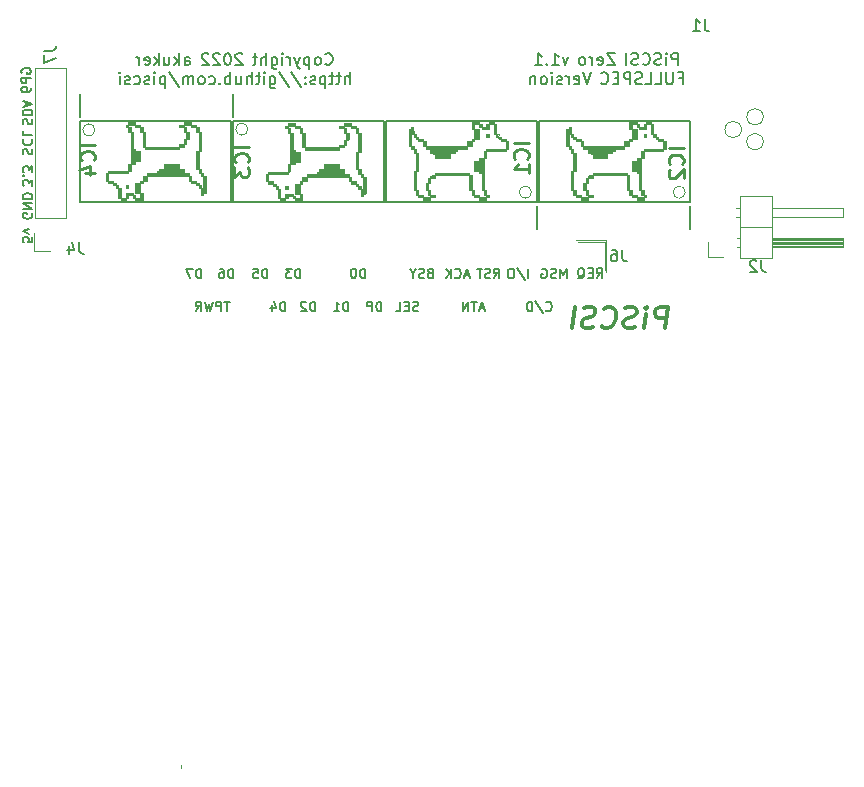
<source format=gbr>
%TF.GenerationSoftware,KiCad,Pcbnew,(7.0.0-0)*%
%TF.CreationDate,2024-04-04T12:15:59-05:00*%
%TF.ProjectId,rascsi_zero,72617363-7369-45f7-9a65-726f2e6b6963,rev?*%
%TF.SameCoordinates,PX59d60c0PY325aa00*%
%TF.FileFunction,Legend,Bot*%
%TF.FilePolarity,Positive*%
%FSLAX46Y46*%
G04 Gerber Fmt 4.6, Leading zero omitted, Abs format (unit mm)*
G04 Created by KiCad (PCBNEW (7.0.0-0)) date 2024-04-04 12:15:59*
%MOMM*%
%LPD*%
G01*
G04 APERTURE LIST*
%ADD10C,0.120000*%
%ADD11C,0.150000*%
%ADD12C,0.375000*%
%ADD13C,0.254000*%
%ADD14C,0.200000*%
%ADD15C,0.010000*%
%ADD16R,1.700000X1.700000*%
%ADD17O,1.700000X1.700000*%
%ADD18C,2.700000*%
%ADD19C,0.650000*%
%ADD20C,2.000000*%
%ADD21R,0.650000X1.950000*%
%ADD22C,1.545000*%
%ADD23C,4.845000*%
%ADD24C,1.000000*%
G04 APERTURE END LIST*
D10*
X130910000Y-11566000D02*
X128370000Y-11566000D01*
X130910000Y-14233000D02*
X130910000Y-11566000D01*
X130783000Y-11693000D02*
X128497000Y-11693000D01*
X130783000Y-14106000D02*
X130783000Y-11693000D01*
X94879500Y-55963000D02*
X94879500Y-56217000D01*
X94943000Y-55963000D02*
X94879500Y-55963000D01*
X87618953Y-2231500D02*
G75*
G03*
X87618953Y-2231500I-511953J0D01*
G01*
X124575953Y-7502000D02*
G75*
G03*
X124575953Y-7502000I-511953J0D01*
G01*
X137593453Y-7502000D02*
G75*
G03*
X137593453Y-7502000I-511953J0D01*
G01*
X82457000Y-10954000D02*
X82457000Y-12478000D01*
X100572953Y-2168000D02*
G75*
G03*
X100572953Y-2168000I-511953J0D01*
G01*
X85187500Y3000000D02*
X82584000Y3000000D01*
X82584000Y3000000D02*
X82584000Y-9684000D01*
X82457000Y-12478000D02*
X83854000Y-12478000D01*
X141556000Y-10927000D02*
X141556000Y-11054000D01*
X85187500Y-9684000D02*
X85187500Y3000000D01*
X82584000Y-9684000D02*
X85187500Y-9684000D01*
D11*
X81440000Y2555429D02*
X81401904Y2631619D01*
X81401904Y2631619D02*
X81401904Y2745905D01*
X81401904Y2745905D02*
X81440000Y2860191D01*
X81440000Y2860191D02*
X81516190Y2936381D01*
X81516190Y2936381D02*
X81592380Y2974476D01*
X81592380Y2974476D02*
X81744761Y3012572D01*
X81744761Y3012572D02*
X81859047Y3012572D01*
X81859047Y3012572D02*
X82011428Y2974476D01*
X82011428Y2974476D02*
X82087619Y2936381D01*
X82087619Y2936381D02*
X82163809Y2860191D01*
X82163809Y2860191D02*
X82201904Y2745905D01*
X82201904Y2745905D02*
X82201904Y2669714D01*
X82201904Y2669714D02*
X82163809Y2555429D01*
X82163809Y2555429D02*
X82125714Y2517333D01*
X82125714Y2517333D02*
X81859047Y2517333D01*
X81859047Y2517333D02*
X81859047Y2669714D01*
X82201904Y2174476D02*
X81401904Y2174476D01*
X81401904Y2174476D02*
X81401904Y1869714D01*
X81401904Y1869714D02*
X81440000Y1793524D01*
X81440000Y1793524D02*
X81478095Y1755429D01*
X81478095Y1755429D02*
X81554285Y1717333D01*
X81554285Y1717333D02*
X81668571Y1717333D01*
X81668571Y1717333D02*
X81744761Y1755429D01*
X81744761Y1755429D02*
X81782857Y1793524D01*
X81782857Y1793524D02*
X81820952Y1869714D01*
X81820952Y1869714D02*
X81820952Y2174476D01*
X82201904Y1336381D02*
X82201904Y1184000D01*
X82201904Y1184000D02*
X82163809Y1107810D01*
X82163809Y1107810D02*
X82125714Y1069714D01*
X82125714Y1069714D02*
X82011428Y993524D01*
X82011428Y993524D02*
X81859047Y955429D01*
X81859047Y955429D02*
X81554285Y955429D01*
X81554285Y955429D02*
X81478095Y993524D01*
X81478095Y993524D02*
X81440000Y1031619D01*
X81440000Y1031619D02*
X81401904Y1107810D01*
X81401904Y1107810D02*
X81401904Y1260191D01*
X81401904Y1260191D02*
X81440000Y1336381D01*
X81440000Y1336381D02*
X81478095Y1374476D01*
X81478095Y1374476D02*
X81554285Y1412572D01*
X81554285Y1412572D02*
X81744761Y1412572D01*
X81744761Y1412572D02*
X81820952Y1374476D01*
X81820952Y1374476D02*
X81859047Y1336381D01*
X81859047Y1336381D02*
X81897142Y1260191D01*
X81897142Y1260191D02*
X81897142Y1107810D01*
X81897142Y1107810D02*
X81859047Y1031619D01*
X81859047Y1031619D02*
X81820952Y993524D01*
X81820952Y993524D02*
X81744761Y955429D01*
X82328095Y-6966095D02*
X82328095Y-6470857D01*
X82328095Y-6470857D02*
X82023333Y-6737523D01*
X82023333Y-6737523D02*
X82023333Y-6623238D01*
X82023333Y-6623238D02*
X81985238Y-6547047D01*
X81985238Y-6547047D02*
X81947142Y-6508952D01*
X81947142Y-6508952D02*
X81870952Y-6470857D01*
X81870952Y-6470857D02*
X81680476Y-6470857D01*
X81680476Y-6470857D02*
X81604285Y-6508952D01*
X81604285Y-6508952D02*
X81566190Y-6547047D01*
X81566190Y-6547047D02*
X81528095Y-6623238D01*
X81528095Y-6623238D02*
X81528095Y-6851809D01*
X81528095Y-6851809D02*
X81566190Y-6928000D01*
X81566190Y-6928000D02*
X81604285Y-6966095D01*
X81604285Y-6127999D02*
X81566190Y-6089904D01*
X81566190Y-6089904D02*
X81528095Y-6127999D01*
X81528095Y-6127999D02*
X81566190Y-6166095D01*
X81566190Y-6166095D02*
X81604285Y-6127999D01*
X81604285Y-6127999D02*
X81528095Y-6127999D01*
X82328095Y-5823238D02*
X82328095Y-5328000D01*
X82328095Y-5328000D02*
X82023333Y-5594666D01*
X82023333Y-5594666D02*
X82023333Y-5480381D01*
X82023333Y-5480381D02*
X81985238Y-5404190D01*
X81985238Y-5404190D02*
X81947142Y-5366095D01*
X81947142Y-5366095D02*
X81870952Y-5328000D01*
X81870952Y-5328000D02*
X81680476Y-5328000D01*
X81680476Y-5328000D02*
X81604285Y-5366095D01*
X81604285Y-5366095D02*
X81566190Y-5404190D01*
X81566190Y-5404190D02*
X81528095Y-5480381D01*
X81528095Y-5480381D02*
X81528095Y-5708952D01*
X81528095Y-5708952D02*
X81566190Y-5785143D01*
X81566190Y-5785143D02*
X81604285Y-5823238D01*
X82290000Y-9277523D02*
X82328095Y-9353713D01*
X82328095Y-9353713D02*
X82328095Y-9467999D01*
X82328095Y-9467999D02*
X82290000Y-9582285D01*
X82290000Y-9582285D02*
X82213809Y-9658475D01*
X82213809Y-9658475D02*
X82137619Y-9696570D01*
X82137619Y-9696570D02*
X81985238Y-9734666D01*
X81985238Y-9734666D02*
X81870952Y-9734666D01*
X81870952Y-9734666D02*
X81718571Y-9696570D01*
X81718571Y-9696570D02*
X81642380Y-9658475D01*
X81642380Y-9658475D02*
X81566190Y-9582285D01*
X81566190Y-9582285D02*
X81528095Y-9467999D01*
X81528095Y-9467999D02*
X81528095Y-9391808D01*
X81528095Y-9391808D02*
X81566190Y-9277523D01*
X81566190Y-9277523D02*
X81604285Y-9239427D01*
X81604285Y-9239427D02*
X81870952Y-9239427D01*
X81870952Y-9239427D02*
X81870952Y-9391808D01*
X81528095Y-8896570D02*
X82328095Y-8896570D01*
X82328095Y-8896570D02*
X81528095Y-8439427D01*
X81528095Y-8439427D02*
X82328095Y-8439427D01*
X81528095Y-8058475D02*
X82328095Y-8058475D01*
X82328095Y-8058475D02*
X82328095Y-7867999D01*
X82328095Y-7867999D02*
X82290000Y-7753713D01*
X82290000Y-7753713D02*
X82213809Y-7677523D01*
X82213809Y-7677523D02*
X82137619Y-7639428D01*
X82137619Y-7639428D02*
X81985238Y-7601332D01*
X81985238Y-7601332D02*
X81870952Y-7601332D01*
X81870952Y-7601332D02*
X81718571Y-7639428D01*
X81718571Y-7639428D02*
X81642380Y-7677523D01*
X81642380Y-7677523D02*
X81566190Y-7753713D01*
X81566190Y-7753713D02*
X81528095Y-7867999D01*
X81528095Y-7867999D02*
X81528095Y-8058475D01*
X82328095Y-11322285D02*
X82328095Y-11703237D01*
X82328095Y-11703237D02*
X81947142Y-11741333D01*
X81947142Y-11741333D02*
X81985238Y-11703237D01*
X81985238Y-11703237D02*
X82023333Y-11627047D01*
X82023333Y-11627047D02*
X82023333Y-11436571D01*
X82023333Y-11436571D02*
X81985238Y-11360380D01*
X81985238Y-11360380D02*
X81947142Y-11322285D01*
X81947142Y-11322285D02*
X81870952Y-11284190D01*
X81870952Y-11284190D02*
X81680476Y-11284190D01*
X81680476Y-11284190D02*
X81604285Y-11322285D01*
X81604285Y-11322285D02*
X81566190Y-11360380D01*
X81566190Y-11360380D02*
X81528095Y-11436571D01*
X81528095Y-11436571D02*
X81528095Y-11627047D01*
X81528095Y-11627047D02*
X81566190Y-11703237D01*
X81566190Y-11703237D02*
X81604285Y-11741333D01*
X82061428Y-11017523D02*
X81528095Y-10827047D01*
X81528095Y-10827047D02*
X82061428Y-10636570D01*
D12*
X135899571Y-18997285D02*
X136124571Y-17197285D01*
X136124571Y-17197285D02*
X135438857Y-17197285D01*
X135438857Y-17197285D02*
X135256714Y-17283000D01*
X135256714Y-17283000D02*
X135160286Y-17368714D01*
X135160286Y-17368714D02*
X135053143Y-17540142D01*
X135053143Y-17540142D02*
X135021000Y-17797285D01*
X135021000Y-17797285D02*
X135085286Y-17968714D01*
X135085286Y-17968714D02*
X135160286Y-18054428D01*
X135160286Y-18054428D02*
X135321000Y-18140142D01*
X135321000Y-18140142D02*
X136006714Y-18140142D01*
X134099571Y-18997285D02*
X134249571Y-17797285D01*
X134324571Y-17197285D02*
X134399571Y-17283000D01*
X134399571Y-17283000D02*
X134303143Y-17368714D01*
X134303143Y-17368714D02*
X134228143Y-17283000D01*
X134228143Y-17283000D02*
X134324571Y-17197285D01*
X134324571Y-17197285D02*
X134303143Y-17368714D01*
X133338857Y-18911571D02*
X133071000Y-18997285D01*
X133071000Y-18997285D02*
X132642428Y-18997285D01*
X132642428Y-18997285D02*
X132481714Y-18911571D01*
X132481714Y-18911571D02*
X132406714Y-18825857D01*
X132406714Y-18825857D02*
X132342428Y-18654428D01*
X132342428Y-18654428D02*
X132363857Y-18483000D01*
X132363857Y-18483000D02*
X132471000Y-18311571D01*
X132471000Y-18311571D02*
X132567428Y-18225857D01*
X132567428Y-18225857D02*
X132749571Y-18140142D01*
X132749571Y-18140142D02*
X133103143Y-18054428D01*
X133103143Y-18054428D02*
X133285286Y-17968714D01*
X133285286Y-17968714D02*
X133381714Y-17883000D01*
X133381714Y-17883000D02*
X133488857Y-17711571D01*
X133488857Y-17711571D02*
X133510286Y-17540142D01*
X133510286Y-17540142D02*
X133446000Y-17368714D01*
X133446000Y-17368714D02*
X133371000Y-17283000D01*
X133371000Y-17283000D02*
X133210286Y-17197285D01*
X133210286Y-17197285D02*
X132781714Y-17197285D01*
X132781714Y-17197285D02*
X132513857Y-17283000D01*
X130521000Y-18825857D02*
X130596000Y-18911571D01*
X130596000Y-18911571D02*
X130842428Y-18997285D01*
X130842428Y-18997285D02*
X131013857Y-18997285D01*
X131013857Y-18997285D02*
X131281714Y-18911571D01*
X131281714Y-18911571D02*
X131474571Y-18740142D01*
X131474571Y-18740142D02*
X131581714Y-18568714D01*
X131581714Y-18568714D02*
X131710285Y-18225857D01*
X131710285Y-18225857D02*
X131742428Y-17968714D01*
X131742428Y-17968714D02*
X131699571Y-17625857D01*
X131699571Y-17625857D02*
X131635285Y-17454428D01*
X131635285Y-17454428D02*
X131485285Y-17283000D01*
X131485285Y-17283000D02*
X131238857Y-17197285D01*
X131238857Y-17197285D02*
X131067428Y-17197285D01*
X131067428Y-17197285D02*
X130799571Y-17283000D01*
X130799571Y-17283000D02*
X130703142Y-17368714D01*
X129824571Y-18911571D02*
X129556714Y-18997285D01*
X129556714Y-18997285D02*
X129128142Y-18997285D01*
X129128142Y-18997285D02*
X128967428Y-18911571D01*
X128967428Y-18911571D02*
X128892428Y-18825857D01*
X128892428Y-18825857D02*
X128828142Y-18654428D01*
X128828142Y-18654428D02*
X128849571Y-18483000D01*
X128849571Y-18483000D02*
X128956714Y-18311571D01*
X128956714Y-18311571D02*
X129053142Y-18225857D01*
X129053142Y-18225857D02*
X129235285Y-18140142D01*
X129235285Y-18140142D02*
X129588857Y-18054428D01*
X129588857Y-18054428D02*
X129771000Y-17968714D01*
X129771000Y-17968714D02*
X129867428Y-17883000D01*
X129867428Y-17883000D02*
X129974571Y-17711571D01*
X129974571Y-17711571D02*
X129996000Y-17540142D01*
X129996000Y-17540142D02*
X129931714Y-17368714D01*
X129931714Y-17368714D02*
X129856714Y-17283000D01*
X129856714Y-17283000D02*
X129696000Y-17197285D01*
X129696000Y-17197285D02*
X129267428Y-17197285D01*
X129267428Y-17197285D02*
X128999571Y-17283000D01*
X128013856Y-18997285D02*
X128238856Y-17197285D01*
D11*
X139263333Y7122620D02*
X139263333Y6408334D01*
X139263333Y6408334D02*
X139310952Y6265477D01*
X139310952Y6265477D02*
X139406190Y6170239D01*
X139406190Y6170239D02*
X139549047Y6122620D01*
X139549047Y6122620D02*
X139644285Y6122620D01*
X138263333Y6122620D02*
X138834761Y6122620D01*
X138549047Y6122620D02*
X138549047Y7122620D01*
X138549047Y7122620D02*
X138644285Y6979762D01*
X138644285Y6979762D02*
X138739523Y6884524D01*
X138739523Y6884524D02*
X138834761Y6836905D01*
X130093332Y-14730904D02*
X130359999Y-14349952D01*
X130550475Y-14730904D02*
X130550475Y-13930904D01*
X130550475Y-13930904D02*
X130245713Y-13930904D01*
X130245713Y-13930904D02*
X130169523Y-13969000D01*
X130169523Y-13969000D02*
X130131428Y-14007095D01*
X130131428Y-14007095D02*
X130093332Y-14083285D01*
X130093332Y-14083285D02*
X130093332Y-14197571D01*
X130093332Y-14197571D02*
X130131428Y-14273761D01*
X130131428Y-14273761D02*
X130169523Y-14311857D01*
X130169523Y-14311857D02*
X130245713Y-14349952D01*
X130245713Y-14349952D02*
X130550475Y-14349952D01*
X129750475Y-14311857D02*
X129483809Y-14311857D01*
X129369523Y-14730904D02*
X129750475Y-14730904D01*
X129750475Y-14730904D02*
X129750475Y-13930904D01*
X129750475Y-13930904D02*
X129369523Y-13930904D01*
X128493332Y-14807095D02*
X128569522Y-14769000D01*
X128569522Y-14769000D02*
X128645713Y-14692809D01*
X128645713Y-14692809D02*
X128759999Y-14578523D01*
X128759999Y-14578523D02*
X128836189Y-14540428D01*
X128836189Y-14540428D02*
X128912380Y-14540428D01*
X128874284Y-14730904D02*
X128950475Y-14692809D01*
X128950475Y-14692809D02*
X129026665Y-14616619D01*
X129026665Y-14616619D02*
X129064761Y-14464238D01*
X129064761Y-14464238D02*
X129064761Y-14197571D01*
X129064761Y-14197571D02*
X129026665Y-14045190D01*
X129026665Y-14045190D02*
X128950475Y-13969000D01*
X128950475Y-13969000D02*
X128874284Y-13930904D01*
X128874284Y-13930904D02*
X128721903Y-13930904D01*
X128721903Y-13930904D02*
X128645713Y-13969000D01*
X128645713Y-13969000D02*
X128569522Y-14045190D01*
X128569522Y-14045190D02*
X128531427Y-14197571D01*
X128531427Y-14197571D02*
X128531427Y-14464238D01*
X128531427Y-14464238D02*
X128569522Y-14616619D01*
X128569522Y-14616619D02*
X128645713Y-14692809D01*
X128645713Y-14692809D02*
X128721903Y-14730904D01*
X128721903Y-14730904D02*
X128874284Y-14730904D01*
X96622475Y-14765904D02*
X96622475Y-13965904D01*
X96622475Y-13965904D02*
X96431999Y-13965904D01*
X96431999Y-13965904D02*
X96317713Y-14004000D01*
X96317713Y-14004000D02*
X96241523Y-14080190D01*
X96241523Y-14080190D02*
X96203428Y-14156380D01*
X96203428Y-14156380D02*
X96165332Y-14308761D01*
X96165332Y-14308761D02*
X96165332Y-14423047D01*
X96165332Y-14423047D02*
X96203428Y-14575428D01*
X96203428Y-14575428D02*
X96241523Y-14651619D01*
X96241523Y-14651619D02*
X96317713Y-14727809D01*
X96317713Y-14727809D02*
X96431999Y-14765904D01*
X96431999Y-14765904D02*
X96622475Y-14765904D01*
X95898666Y-13965904D02*
X95365332Y-13965904D01*
X95365332Y-13965904D02*
X95708190Y-14765904D01*
X111881523Y-17559904D02*
X111881523Y-16759904D01*
X111881523Y-16759904D02*
X111691047Y-16759904D01*
X111691047Y-16759904D02*
X111576761Y-16798000D01*
X111576761Y-16798000D02*
X111500571Y-16874190D01*
X111500571Y-16874190D02*
X111462476Y-16950380D01*
X111462476Y-16950380D02*
X111424380Y-17102761D01*
X111424380Y-17102761D02*
X111424380Y-17217047D01*
X111424380Y-17217047D02*
X111462476Y-17369428D01*
X111462476Y-17369428D02*
X111500571Y-17445619D01*
X111500571Y-17445619D02*
X111576761Y-17521809D01*
X111576761Y-17521809D02*
X111691047Y-17559904D01*
X111691047Y-17559904D02*
X111881523Y-17559904D01*
X111081523Y-17559904D02*
X111081523Y-16759904D01*
X111081523Y-16759904D02*
X110776761Y-16759904D01*
X110776761Y-16759904D02*
X110700571Y-16798000D01*
X110700571Y-16798000D02*
X110662476Y-16836095D01*
X110662476Y-16836095D02*
X110624380Y-16912285D01*
X110624380Y-16912285D02*
X110624380Y-17026571D01*
X110624380Y-17026571D02*
X110662476Y-17102761D01*
X110662476Y-17102761D02*
X110700571Y-17140857D01*
X110700571Y-17140857D02*
X110776761Y-17178952D01*
X110776761Y-17178952D02*
X111081523Y-17178952D01*
X120568285Y-17331333D02*
X120187332Y-17331333D01*
X120644475Y-17559904D02*
X120377808Y-16759904D01*
X120377808Y-16759904D02*
X120111142Y-17559904D01*
X119958761Y-16759904D02*
X119501618Y-16759904D01*
X119730190Y-17559904D02*
X119730190Y-16759904D01*
X119234951Y-17559904D02*
X119234951Y-16759904D01*
X119234951Y-16759904D02*
X118777808Y-17559904D01*
X118777808Y-17559904D02*
X118777808Y-16759904D01*
X119288476Y-14540429D02*
X118907523Y-14540429D01*
X119364666Y-14769000D02*
X119097999Y-13969000D01*
X119097999Y-13969000D02*
X118831333Y-14769000D01*
X118107523Y-14692810D02*
X118145619Y-14730905D01*
X118145619Y-14730905D02*
X118259904Y-14769000D01*
X118259904Y-14769000D02*
X118336095Y-14769000D01*
X118336095Y-14769000D02*
X118450381Y-14730905D01*
X118450381Y-14730905D02*
X118526571Y-14654715D01*
X118526571Y-14654715D02*
X118564666Y-14578524D01*
X118564666Y-14578524D02*
X118602762Y-14426143D01*
X118602762Y-14426143D02*
X118602762Y-14311857D01*
X118602762Y-14311857D02*
X118564666Y-14159476D01*
X118564666Y-14159476D02*
X118526571Y-14083286D01*
X118526571Y-14083286D02*
X118450381Y-14007096D01*
X118450381Y-14007096D02*
X118336095Y-13969000D01*
X118336095Y-13969000D02*
X118259904Y-13969000D01*
X118259904Y-13969000D02*
X118145619Y-14007096D01*
X118145619Y-14007096D02*
X118107523Y-14045191D01*
X117764666Y-14769000D02*
X117764666Y-13969000D01*
X117307523Y-14769000D02*
X117650381Y-14311857D01*
X117307523Y-13969000D02*
X117764666Y-14426143D01*
X125813427Y-17483714D02*
X125851523Y-17521809D01*
X125851523Y-17521809D02*
X125965808Y-17559904D01*
X125965808Y-17559904D02*
X126041999Y-17559904D01*
X126041999Y-17559904D02*
X126156285Y-17521809D01*
X126156285Y-17521809D02*
X126232475Y-17445619D01*
X126232475Y-17445619D02*
X126270570Y-17369428D01*
X126270570Y-17369428D02*
X126308666Y-17217047D01*
X126308666Y-17217047D02*
X126308666Y-17102761D01*
X126308666Y-17102761D02*
X126270570Y-16950380D01*
X126270570Y-16950380D02*
X126232475Y-16874190D01*
X126232475Y-16874190D02*
X126156285Y-16798000D01*
X126156285Y-16798000D02*
X126041999Y-16759904D01*
X126041999Y-16759904D02*
X125965808Y-16759904D01*
X125965808Y-16759904D02*
X125851523Y-16798000D01*
X125851523Y-16798000D02*
X125813427Y-16836095D01*
X124899142Y-16721809D02*
X125584856Y-17750380D01*
X124632475Y-17559904D02*
X124632475Y-16759904D01*
X124632475Y-16759904D02*
X124441999Y-16759904D01*
X124441999Y-16759904D02*
X124327713Y-16798000D01*
X124327713Y-16798000D02*
X124251523Y-16874190D01*
X124251523Y-16874190D02*
X124213428Y-16950380D01*
X124213428Y-16950380D02*
X124175332Y-17102761D01*
X124175332Y-17102761D02*
X124175332Y-17217047D01*
X124175332Y-17217047D02*
X124213428Y-17369428D01*
X124213428Y-17369428D02*
X124251523Y-17445619D01*
X124251523Y-17445619D02*
X124327713Y-17521809D01*
X124327713Y-17521809D02*
X124441999Y-17559904D01*
X124441999Y-17559904D02*
X124632475Y-17559904D01*
X105004475Y-14765904D02*
X105004475Y-13965904D01*
X105004475Y-13965904D02*
X104813999Y-13965904D01*
X104813999Y-13965904D02*
X104699713Y-14004000D01*
X104699713Y-14004000D02*
X104623523Y-14080190D01*
X104623523Y-14080190D02*
X104585428Y-14156380D01*
X104585428Y-14156380D02*
X104547332Y-14308761D01*
X104547332Y-14308761D02*
X104547332Y-14423047D01*
X104547332Y-14423047D02*
X104585428Y-14575428D01*
X104585428Y-14575428D02*
X104623523Y-14651619D01*
X104623523Y-14651619D02*
X104699713Y-14727809D01*
X104699713Y-14727809D02*
X104813999Y-14765904D01*
X104813999Y-14765904D02*
X105004475Y-14765904D01*
X104280666Y-13965904D02*
X103785428Y-13965904D01*
X103785428Y-13965904D02*
X104052094Y-14270666D01*
X104052094Y-14270666D02*
X103937809Y-14270666D01*
X103937809Y-14270666D02*
X103861618Y-14308761D01*
X103861618Y-14308761D02*
X103823523Y-14346857D01*
X103823523Y-14346857D02*
X103785428Y-14423047D01*
X103785428Y-14423047D02*
X103785428Y-14613523D01*
X103785428Y-14613523D02*
X103823523Y-14689714D01*
X103823523Y-14689714D02*
X103861618Y-14727809D01*
X103861618Y-14727809D02*
X103937809Y-14765904D01*
X103937809Y-14765904D02*
X104166380Y-14765904D01*
X104166380Y-14765904D02*
X104242571Y-14727809D01*
X104242571Y-14727809D02*
X104280666Y-14689714D01*
X99041714Y-16759904D02*
X98584571Y-16759904D01*
X98813143Y-17559904D02*
X98813143Y-16759904D01*
X98317904Y-17559904D02*
X98317904Y-16759904D01*
X98317904Y-16759904D02*
X98013142Y-16759904D01*
X98013142Y-16759904D02*
X97936952Y-16798000D01*
X97936952Y-16798000D02*
X97898857Y-16836095D01*
X97898857Y-16836095D02*
X97860761Y-16912285D01*
X97860761Y-16912285D02*
X97860761Y-17026571D01*
X97860761Y-17026571D02*
X97898857Y-17102761D01*
X97898857Y-17102761D02*
X97936952Y-17140857D01*
X97936952Y-17140857D02*
X98013142Y-17178952D01*
X98013142Y-17178952D02*
X98317904Y-17178952D01*
X97594095Y-16759904D02*
X97403619Y-17559904D01*
X97403619Y-17559904D02*
X97251238Y-16988476D01*
X97251238Y-16988476D02*
X97098857Y-17559904D01*
X97098857Y-17559904D02*
X96908381Y-16759904D01*
X96146475Y-17559904D02*
X96413142Y-17178952D01*
X96603618Y-17559904D02*
X96603618Y-16759904D01*
X96603618Y-16759904D02*
X96298856Y-16759904D01*
X96298856Y-16759904D02*
X96222666Y-16798000D01*
X96222666Y-16798000D02*
X96184571Y-16836095D01*
X96184571Y-16836095D02*
X96146475Y-16912285D01*
X96146475Y-16912285D02*
X96146475Y-17026571D01*
X96146475Y-17026571D02*
X96184571Y-17102761D01*
X96184571Y-17102761D02*
X96222666Y-17140857D01*
X96222666Y-17140857D02*
X96298856Y-17178952D01*
X96298856Y-17178952D02*
X96603618Y-17178952D01*
X127559618Y-14765904D02*
X127559618Y-13965904D01*
X127559618Y-13965904D02*
X127292952Y-14537333D01*
X127292952Y-14537333D02*
X127026285Y-13965904D01*
X127026285Y-13965904D02*
X127026285Y-14765904D01*
X126683428Y-14727809D02*
X126569142Y-14765904D01*
X126569142Y-14765904D02*
X126378666Y-14765904D01*
X126378666Y-14765904D02*
X126302475Y-14727809D01*
X126302475Y-14727809D02*
X126264380Y-14689714D01*
X126264380Y-14689714D02*
X126226285Y-14613523D01*
X126226285Y-14613523D02*
X126226285Y-14537333D01*
X126226285Y-14537333D02*
X126264380Y-14461142D01*
X126264380Y-14461142D02*
X126302475Y-14423047D01*
X126302475Y-14423047D02*
X126378666Y-14384952D01*
X126378666Y-14384952D02*
X126531047Y-14346857D01*
X126531047Y-14346857D02*
X126607237Y-14308761D01*
X126607237Y-14308761D02*
X126645332Y-14270666D01*
X126645332Y-14270666D02*
X126683428Y-14194476D01*
X126683428Y-14194476D02*
X126683428Y-14118285D01*
X126683428Y-14118285D02*
X126645332Y-14042095D01*
X126645332Y-14042095D02*
X126607237Y-14004000D01*
X126607237Y-14004000D02*
X126531047Y-13965904D01*
X126531047Y-13965904D02*
X126340570Y-13965904D01*
X126340570Y-13965904D02*
X126226285Y-14004000D01*
X125464380Y-14004000D02*
X125540570Y-13965904D01*
X125540570Y-13965904D02*
X125654856Y-13965904D01*
X125654856Y-13965904D02*
X125769142Y-14004000D01*
X125769142Y-14004000D02*
X125845332Y-14080190D01*
X125845332Y-14080190D02*
X125883427Y-14156380D01*
X125883427Y-14156380D02*
X125921523Y-14308761D01*
X125921523Y-14308761D02*
X125921523Y-14423047D01*
X125921523Y-14423047D02*
X125883427Y-14575428D01*
X125883427Y-14575428D02*
X125845332Y-14651619D01*
X125845332Y-14651619D02*
X125769142Y-14727809D01*
X125769142Y-14727809D02*
X125654856Y-14765904D01*
X125654856Y-14765904D02*
X125578665Y-14765904D01*
X125578665Y-14765904D02*
X125464380Y-14727809D01*
X125464380Y-14727809D02*
X125426284Y-14689714D01*
X125426284Y-14689714D02*
X125426284Y-14423047D01*
X125426284Y-14423047D02*
X125578665Y-14423047D01*
X106274475Y-17559904D02*
X106274475Y-16759904D01*
X106274475Y-16759904D02*
X106083999Y-16759904D01*
X106083999Y-16759904D02*
X105969713Y-16798000D01*
X105969713Y-16798000D02*
X105893523Y-16874190D01*
X105893523Y-16874190D02*
X105855428Y-16950380D01*
X105855428Y-16950380D02*
X105817332Y-17102761D01*
X105817332Y-17102761D02*
X105817332Y-17217047D01*
X105817332Y-17217047D02*
X105855428Y-17369428D01*
X105855428Y-17369428D02*
X105893523Y-17445619D01*
X105893523Y-17445619D02*
X105969713Y-17521809D01*
X105969713Y-17521809D02*
X106083999Y-17559904D01*
X106083999Y-17559904D02*
X106274475Y-17559904D01*
X105512571Y-16836095D02*
X105474475Y-16798000D01*
X105474475Y-16798000D02*
X105398285Y-16759904D01*
X105398285Y-16759904D02*
X105207809Y-16759904D01*
X105207809Y-16759904D02*
X105131618Y-16798000D01*
X105131618Y-16798000D02*
X105093523Y-16836095D01*
X105093523Y-16836095D02*
X105055428Y-16912285D01*
X105055428Y-16912285D02*
X105055428Y-16988476D01*
X105055428Y-16988476D02*
X105093523Y-17102761D01*
X105093523Y-17102761D02*
X105550666Y-17559904D01*
X105550666Y-17559904D02*
X105055428Y-17559904D01*
X103734475Y-17559904D02*
X103734475Y-16759904D01*
X103734475Y-16759904D02*
X103543999Y-16759904D01*
X103543999Y-16759904D02*
X103429713Y-16798000D01*
X103429713Y-16798000D02*
X103353523Y-16874190D01*
X103353523Y-16874190D02*
X103315428Y-16950380D01*
X103315428Y-16950380D02*
X103277332Y-17102761D01*
X103277332Y-17102761D02*
X103277332Y-17217047D01*
X103277332Y-17217047D02*
X103315428Y-17369428D01*
X103315428Y-17369428D02*
X103353523Y-17445619D01*
X103353523Y-17445619D02*
X103429713Y-17521809D01*
X103429713Y-17521809D02*
X103543999Y-17559904D01*
X103543999Y-17559904D02*
X103734475Y-17559904D01*
X102591618Y-17026571D02*
X102591618Y-17559904D01*
X102782094Y-16721809D02*
X102972571Y-17293238D01*
X102972571Y-17293238D02*
X102477332Y-17293238D01*
X109068475Y-17559904D02*
X109068475Y-16759904D01*
X109068475Y-16759904D02*
X108877999Y-16759904D01*
X108877999Y-16759904D02*
X108763713Y-16798000D01*
X108763713Y-16798000D02*
X108687523Y-16874190D01*
X108687523Y-16874190D02*
X108649428Y-16950380D01*
X108649428Y-16950380D02*
X108611332Y-17102761D01*
X108611332Y-17102761D02*
X108611332Y-17217047D01*
X108611332Y-17217047D02*
X108649428Y-17369428D01*
X108649428Y-17369428D02*
X108687523Y-17445619D01*
X108687523Y-17445619D02*
X108763713Y-17521809D01*
X108763713Y-17521809D02*
X108877999Y-17559904D01*
X108877999Y-17559904D02*
X109068475Y-17559904D01*
X107849428Y-17559904D02*
X108306571Y-17559904D01*
X108077999Y-17559904D02*
X108077999Y-16759904D01*
X108077999Y-16759904D02*
X108154190Y-16874190D01*
X108154190Y-16874190D02*
X108230380Y-16950380D01*
X108230380Y-16950380D02*
X108306571Y-16988476D01*
X99330475Y-14765904D02*
X99330475Y-13965904D01*
X99330475Y-13965904D02*
X99139999Y-13965904D01*
X99139999Y-13965904D02*
X99025713Y-14004000D01*
X99025713Y-14004000D02*
X98949523Y-14080190D01*
X98949523Y-14080190D02*
X98911428Y-14156380D01*
X98911428Y-14156380D02*
X98873332Y-14308761D01*
X98873332Y-14308761D02*
X98873332Y-14423047D01*
X98873332Y-14423047D02*
X98911428Y-14575428D01*
X98911428Y-14575428D02*
X98949523Y-14651619D01*
X98949523Y-14651619D02*
X99025713Y-14727809D01*
X99025713Y-14727809D02*
X99139999Y-14765904D01*
X99139999Y-14765904D02*
X99330475Y-14765904D01*
X98187618Y-13965904D02*
X98339999Y-13965904D01*
X98339999Y-13965904D02*
X98416190Y-14004000D01*
X98416190Y-14004000D02*
X98454285Y-14042095D01*
X98454285Y-14042095D02*
X98530475Y-14156380D01*
X98530475Y-14156380D02*
X98568571Y-14308761D01*
X98568571Y-14308761D02*
X98568571Y-14613523D01*
X98568571Y-14613523D02*
X98530475Y-14689714D01*
X98530475Y-14689714D02*
X98492380Y-14727809D01*
X98492380Y-14727809D02*
X98416190Y-14765904D01*
X98416190Y-14765904D02*
X98263809Y-14765904D01*
X98263809Y-14765904D02*
X98187618Y-14727809D01*
X98187618Y-14727809D02*
X98149523Y-14689714D01*
X98149523Y-14689714D02*
X98111428Y-14613523D01*
X98111428Y-14613523D02*
X98111428Y-14423047D01*
X98111428Y-14423047D02*
X98149523Y-14346857D01*
X98149523Y-14346857D02*
X98187618Y-14308761D01*
X98187618Y-14308761D02*
X98263809Y-14270666D01*
X98263809Y-14270666D02*
X98416190Y-14270666D01*
X98416190Y-14270666D02*
X98492380Y-14308761D01*
X98492380Y-14308761D02*
X98530475Y-14346857D01*
X98530475Y-14346857D02*
X98568571Y-14423047D01*
X116002666Y-14346857D02*
X115888380Y-14384952D01*
X115888380Y-14384952D02*
X115850285Y-14423047D01*
X115850285Y-14423047D02*
X115812189Y-14499238D01*
X115812189Y-14499238D02*
X115812189Y-14613523D01*
X115812189Y-14613523D02*
X115850285Y-14689714D01*
X115850285Y-14689714D02*
X115888380Y-14727809D01*
X115888380Y-14727809D02*
X115964570Y-14765904D01*
X115964570Y-14765904D02*
X116269332Y-14765904D01*
X116269332Y-14765904D02*
X116269332Y-13965904D01*
X116269332Y-13965904D02*
X116002666Y-13965904D01*
X116002666Y-13965904D02*
X115926475Y-14004000D01*
X115926475Y-14004000D02*
X115888380Y-14042095D01*
X115888380Y-14042095D02*
X115850285Y-14118285D01*
X115850285Y-14118285D02*
X115850285Y-14194476D01*
X115850285Y-14194476D02*
X115888380Y-14270666D01*
X115888380Y-14270666D02*
X115926475Y-14308761D01*
X115926475Y-14308761D02*
X116002666Y-14346857D01*
X116002666Y-14346857D02*
X116269332Y-14346857D01*
X115507428Y-14727809D02*
X115393142Y-14765904D01*
X115393142Y-14765904D02*
X115202666Y-14765904D01*
X115202666Y-14765904D02*
X115126475Y-14727809D01*
X115126475Y-14727809D02*
X115088380Y-14689714D01*
X115088380Y-14689714D02*
X115050285Y-14613523D01*
X115050285Y-14613523D02*
X115050285Y-14537333D01*
X115050285Y-14537333D02*
X115088380Y-14461142D01*
X115088380Y-14461142D02*
X115126475Y-14423047D01*
X115126475Y-14423047D02*
X115202666Y-14384952D01*
X115202666Y-14384952D02*
X115355047Y-14346857D01*
X115355047Y-14346857D02*
X115431237Y-14308761D01*
X115431237Y-14308761D02*
X115469332Y-14270666D01*
X115469332Y-14270666D02*
X115507428Y-14194476D01*
X115507428Y-14194476D02*
X115507428Y-14118285D01*
X115507428Y-14118285D02*
X115469332Y-14042095D01*
X115469332Y-14042095D02*
X115431237Y-14004000D01*
X115431237Y-14004000D02*
X115355047Y-13965904D01*
X115355047Y-13965904D02*
X115164570Y-13965904D01*
X115164570Y-13965904D02*
X115050285Y-14004000D01*
X114555046Y-14384952D02*
X114555046Y-14765904D01*
X114821713Y-13965904D02*
X114555046Y-14384952D01*
X114555046Y-14384952D02*
X114288380Y-13965904D01*
X102210475Y-14765904D02*
X102210475Y-13965904D01*
X102210475Y-13965904D02*
X102019999Y-13965904D01*
X102019999Y-13965904D02*
X101905713Y-14004000D01*
X101905713Y-14004000D02*
X101829523Y-14080190D01*
X101829523Y-14080190D02*
X101791428Y-14156380D01*
X101791428Y-14156380D02*
X101753332Y-14308761D01*
X101753332Y-14308761D02*
X101753332Y-14423047D01*
X101753332Y-14423047D02*
X101791428Y-14575428D01*
X101791428Y-14575428D02*
X101829523Y-14651619D01*
X101829523Y-14651619D02*
X101905713Y-14727809D01*
X101905713Y-14727809D02*
X102019999Y-14765904D01*
X102019999Y-14765904D02*
X102210475Y-14765904D01*
X101029523Y-13965904D02*
X101410475Y-13965904D01*
X101410475Y-13965904D02*
X101448571Y-14346857D01*
X101448571Y-14346857D02*
X101410475Y-14308761D01*
X101410475Y-14308761D02*
X101334285Y-14270666D01*
X101334285Y-14270666D02*
X101143809Y-14270666D01*
X101143809Y-14270666D02*
X101067618Y-14308761D01*
X101067618Y-14308761D02*
X101029523Y-14346857D01*
X101029523Y-14346857D02*
X100991428Y-14423047D01*
X100991428Y-14423047D02*
X100991428Y-14613523D01*
X100991428Y-14613523D02*
X101029523Y-14689714D01*
X101029523Y-14689714D02*
X101067618Y-14727809D01*
X101067618Y-14727809D02*
X101143809Y-14765904D01*
X101143809Y-14765904D02*
X101334285Y-14765904D01*
X101334285Y-14765904D02*
X101410475Y-14727809D01*
X101410475Y-14727809D02*
X101448571Y-14689714D01*
X110506475Y-14765904D02*
X110506475Y-13965904D01*
X110506475Y-13965904D02*
X110315999Y-13965904D01*
X110315999Y-13965904D02*
X110201713Y-14004000D01*
X110201713Y-14004000D02*
X110125523Y-14080190D01*
X110125523Y-14080190D02*
X110087428Y-14156380D01*
X110087428Y-14156380D02*
X110049332Y-14308761D01*
X110049332Y-14308761D02*
X110049332Y-14423047D01*
X110049332Y-14423047D02*
X110087428Y-14575428D01*
X110087428Y-14575428D02*
X110125523Y-14651619D01*
X110125523Y-14651619D02*
X110201713Y-14727809D01*
X110201713Y-14727809D02*
X110315999Y-14765904D01*
X110315999Y-14765904D02*
X110506475Y-14765904D01*
X109554094Y-13965904D02*
X109477904Y-13965904D01*
X109477904Y-13965904D02*
X109401713Y-14004000D01*
X109401713Y-14004000D02*
X109363618Y-14042095D01*
X109363618Y-14042095D02*
X109325523Y-14118285D01*
X109325523Y-14118285D02*
X109287428Y-14270666D01*
X109287428Y-14270666D02*
X109287428Y-14461142D01*
X109287428Y-14461142D02*
X109325523Y-14613523D01*
X109325523Y-14613523D02*
X109363618Y-14689714D01*
X109363618Y-14689714D02*
X109401713Y-14727809D01*
X109401713Y-14727809D02*
X109477904Y-14765904D01*
X109477904Y-14765904D02*
X109554094Y-14765904D01*
X109554094Y-14765904D02*
X109630285Y-14727809D01*
X109630285Y-14727809D02*
X109668380Y-14689714D01*
X109668380Y-14689714D02*
X109706475Y-14613523D01*
X109706475Y-14613523D02*
X109744571Y-14461142D01*
X109744571Y-14461142D02*
X109744571Y-14270666D01*
X109744571Y-14270666D02*
X109706475Y-14118285D01*
X109706475Y-14118285D02*
X109668380Y-14042095D01*
X109668380Y-14042095D02*
X109630285Y-14004000D01*
X109630285Y-14004000D02*
X109554094Y-13965904D01*
X114980286Y-17521809D02*
X114866000Y-17559904D01*
X114866000Y-17559904D02*
X114675524Y-17559904D01*
X114675524Y-17559904D02*
X114599333Y-17521809D01*
X114599333Y-17521809D02*
X114561238Y-17483714D01*
X114561238Y-17483714D02*
X114523143Y-17407523D01*
X114523143Y-17407523D02*
X114523143Y-17331333D01*
X114523143Y-17331333D02*
X114561238Y-17255142D01*
X114561238Y-17255142D02*
X114599333Y-17217047D01*
X114599333Y-17217047D02*
X114675524Y-17178952D01*
X114675524Y-17178952D02*
X114827905Y-17140857D01*
X114827905Y-17140857D02*
X114904095Y-17102761D01*
X114904095Y-17102761D02*
X114942190Y-17064666D01*
X114942190Y-17064666D02*
X114980286Y-16988476D01*
X114980286Y-16988476D02*
X114980286Y-16912285D01*
X114980286Y-16912285D02*
X114942190Y-16836095D01*
X114942190Y-16836095D02*
X114904095Y-16798000D01*
X114904095Y-16798000D02*
X114827905Y-16759904D01*
X114827905Y-16759904D02*
X114637428Y-16759904D01*
X114637428Y-16759904D02*
X114523143Y-16798000D01*
X114180285Y-17140857D02*
X113913619Y-17140857D01*
X113799333Y-17559904D02*
X114180285Y-17559904D01*
X114180285Y-17559904D02*
X114180285Y-16759904D01*
X114180285Y-16759904D02*
X113799333Y-16759904D01*
X113075523Y-17559904D02*
X113456475Y-17559904D01*
X113456475Y-17559904D02*
X113456475Y-16759904D01*
X121403094Y-14765904D02*
X121669761Y-14384952D01*
X121860237Y-14765904D02*
X121860237Y-13965904D01*
X121860237Y-13965904D02*
X121555475Y-13965904D01*
X121555475Y-13965904D02*
X121479285Y-14004000D01*
X121479285Y-14004000D02*
X121441190Y-14042095D01*
X121441190Y-14042095D02*
X121403094Y-14118285D01*
X121403094Y-14118285D02*
X121403094Y-14232571D01*
X121403094Y-14232571D02*
X121441190Y-14308761D01*
X121441190Y-14308761D02*
X121479285Y-14346857D01*
X121479285Y-14346857D02*
X121555475Y-14384952D01*
X121555475Y-14384952D02*
X121860237Y-14384952D01*
X121098333Y-14727809D02*
X120984047Y-14765904D01*
X120984047Y-14765904D02*
X120793571Y-14765904D01*
X120793571Y-14765904D02*
X120717380Y-14727809D01*
X120717380Y-14727809D02*
X120679285Y-14689714D01*
X120679285Y-14689714D02*
X120641190Y-14613523D01*
X120641190Y-14613523D02*
X120641190Y-14537333D01*
X120641190Y-14537333D02*
X120679285Y-14461142D01*
X120679285Y-14461142D02*
X120717380Y-14423047D01*
X120717380Y-14423047D02*
X120793571Y-14384952D01*
X120793571Y-14384952D02*
X120945952Y-14346857D01*
X120945952Y-14346857D02*
X121022142Y-14308761D01*
X121022142Y-14308761D02*
X121060237Y-14270666D01*
X121060237Y-14270666D02*
X121098333Y-14194476D01*
X121098333Y-14194476D02*
X121098333Y-14118285D01*
X121098333Y-14118285D02*
X121060237Y-14042095D01*
X121060237Y-14042095D02*
X121022142Y-14004000D01*
X121022142Y-14004000D02*
X120945952Y-13965904D01*
X120945952Y-13965904D02*
X120755475Y-13965904D01*
X120755475Y-13965904D02*
X120641190Y-14004000D01*
X120412618Y-13965904D02*
X119955475Y-13965904D01*
X120184047Y-14765904D02*
X120184047Y-13965904D01*
X124302094Y-14765904D02*
X124302094Y-13965904D01*
X123349714Y-13927809D02*
X124035428Y-14956380D01*
X122930666Y-13965904D02*
X122778285Y-13965904D01*
X122778285Y-13965904D02*
X122702095Y-14004000D01*
X122702095Y-14004000D02*
X122625904Y-14080190D01*
X122625904Y-14080190D02*
X122587809Y-14232571D01*
X122587809Y-14232571D02*
X122587809Y-14499238D01*
X122587809Y-14499238D02*
X122625904Y-14651619D01*
X122625904Y-14651619D02*
X122702095Y-14727809D01*
X122702095Y-14727809D02*
X122778285Y-14765904D01*
X122778285Y-14765904D02*
X122930666Y-14765904D01*
X122930666Y-14765904D02*
X123006857Y-14727809D01*
X123006857Y-14727809D02*
X123083047Y-14651619D01*
X123083047Y-14651619D02*
X123121143Y-14499238D01*
X123121143Y-14499238D02*
X123121143Y-14232571D01*
X123121143Y-14232571D02*
X123083047Y-14080190D01*
X123083047Y-14080190D02*
X123006857Y-14004000D01*
X123006857Y-14004000D02*
X122930666Y-13965904D01*
X132279333Y-12369380D02*
X132279333Y-13083666D01*
X132279333Y-13083666D02*
X132326952Y-13226523D01*
X132326952Y-13226523D02*
X132422190Y-13321761D01*
X132422190Y-13321761D02*
X132565047Y-13369380D01*
X132565047Y-13369380D02*
X132660285Y-13369380D01*
X131374571Y-12369380D02*
X131565047Y-12369380D01*
X131565047Y-12369380D02*
X131660285Y-12417000D01*
X131660285Y-12417000D02*
X131707904Y-12464619D01*
X131707904Y-12464619D02*
X131803142Y-12607476D01*
X131803142Y-12607476D02*
X131850761Y-12797952D01*
X131850761Y-12797952D02*
X131850761Y-13178904D01*
X131850761Y-13178904D02*
X131803142Y-13274142D01*
X131803142Y-13274142D02*
X131755523Y-13321761D01*
X131755523Y-13321761D02*
X131660285Y-13369380D01*
X131660285Y-13369380D02*
X131469809Y-13369380D01*
X131469809Y-13369380D02*
X131374571Y-13321761D01*
X131374571Y-13321761D02*
X131326952Y-13274142D01*
X131326952Y-13274142D02*
X131279333Y-13178904D01*
X131279333Y-13178904D02*
X131279333Y-12940809D01*
X131279333Y-12940809D02*
X131326952Y-12845571D01*
X131326952Y-12845571D02*
X131374571Y-12797952D01*
X131374571Y-12797952D02*
X131469809Y-12750333D01*
X131469809Y-12750333D02*
X131660285Y-12750333D01*
X131660285Y-12750333D02*
X131755523Y-12797952D01*
X131755523Y-12797952D02*
X131803142Y-12845571D01*
X131803142Y-12845571D02*
X131850761Y-12940809D01*
X81566190Y-4286381D02*
X81528095Y-4172095D01*
X81528095Y-4172095D02*
X81528095Y-3981619D01*
X81528095Y-3981619D02*
X81566190Y-3905428D01*
X81566190Y-3905428D02*
X81604285Y-3867333D01*
X81604285Y-3867333D02*
X81680476Y-3829238D01*
X81680476Y-3829238D02*
X81756666Y-3829238D01*
X81756666Y-3829238D02*
X81832857Y-3867333D01*
X81832857Y-3867333D02*
X81870952Y-3905428D01*
X81870952Y-3905428D02*
X81909047Y-3981619D01*
X81909047Y-3981619D02*
X81947142Y-4134000D01*
X81947142Y-4134000D02*
X81985238Y-4210190D01*
X81985238Y-4210190D02*
X82023333Y-4248285D01*
X82023333Y-4248285D02*
X82099523Y-4286381D01*
X82099523Y-4286381D02*
X82175714Y-4286381D01*
X82175714Y-4286381D02*
X82251904Y-4248285D01*
X82251904Y-4248285D02*
X82290000Y-4210190D01*
X82290000Y-4210190D02*
X82328095Y-4134000D01*
X82328095Y-4134000D02*
X82328095Y-3943523D01*
X82328095Y-3943523D02*
X82290000Y-3829238D01*
X81604285Y-3029237D02*
X81566190Y-3067333D01*
X81566190Y-3067333D02*
X81528095Y-3181618D01*
X81528095Y-3181618D02*
X81528095Y-3257809D01*
X81528095Y-3257809D02*
X81566190Y-3372095D01*
X81566190Y-3372095D02*
X81642380Y-3448285D01*
X81642380Y-3448285D02*
X81718571Y-3486380D01*
X81718571Y-3486380D02*
X81870952Y-3524476D01*
X81870952Y-3524476D02*
X81985238Y-3524476D01*
X81985238Y-3524476D02*
X82137619Y-3486380D01*
X82137619Y-3486380D02*
X82213809Y-3448285D01*
X82213809Y-3448285D02*
X82290000Y-3372095D01*
X82290000Y-3372095D02*
X82328095Y-3257809D01*
X82328095Y-3257809D02*
X82328095Y-3181618D01*
X82328095Y-3181618D02*
X82290000Y-3067333D01*
X82290000Y-3067333D02*
X82251904Y-3029237D01*
X81528095Y-2305428D02*
X81528095Y-2686380D01*
X81528095Y-2686380D02*
X82328095Y-2686380D01*
X81566190Y-1765428D02*
X81528095Y-1651142D01*
X81528095Y-1651142D02*
X81528095Y-1460666D01*
X81528095Y-1460666D02*
X81566190Y-1384475D01*
X81566190Y-1384475D02*
X81604285Y-1346380D01*
X81604285Y-1346380D02*
X81680476Y-1308285D01*
X81680476Y-1308285D02*
X81756666Y-1308285D01*
X81756666Y-1308285D02*
X81832857Y-1346380D01*
X81832857Y-1346380D02*
X81870952Y-1384475D01*
X81870952Y-1384475D02*
X81909047Y-1460666D01*
X81909047Y-1460666D02*
X81947142Y-1613047D01*
X81947142Y-1613047D02*
X81985238Y-1689237D01*
X81985238Y-1689237D02*
X82023333Y-1727332D01*
X82023333Y-1727332D02*
X82099523Y-1765428D01*
X82099523Y-1765428D02*
X82175714Y-1765428D01*
X82175714Y-1765428D02*
X82251904Y-1727332D01*
X82251904Y-1727332D02*
X82290000Y-1689237D01*
X82290000Y-1689237D02*
X82328095Y-1613047D01*
X82328095Y-1613047D02*
X82328095Y-1422570D01*
X82328095Y-1422570D02*
X82290000Y-1308285D01*
X81528095Y-965427D02*
X82328095Y-965427D01*
X82328095Y-965427D02*
X82328095Y-774951D01*
X82328095Y-774951D02*
X82290000Y-660665D01*
X82290000Y-660665D02*
X82213809Y-584475D01*
X82213809Y-584475D02*
X82137619Y-546380D01*
X82137619Y-546380D02*
X81985238Y-508284D01*
X81985238Y-508284D02*
X81870952Y-508284D01*
X81870952Y-508284D02*
X81718571Y-546380D01*
X81718571Y-546380D02*
X81642380Y-584475D01*
X81642380Y-584475D02*
X81566190Y-660665D01*
X81566190Y-660665D02*
X81528095Y-774951D01*
X81528095Y-774951D02*
X81528095Y-965427D01*
X81756666Y-203523D02*
X81756666Y177430D01*
X81528095Y-279713D02*
X82328095Y-13046D01*
X82328095Y-13046D02*
X81528095Y253620D01*
X136988570Y3262620D02*
X136988570Y4262620D01*
X136988570Y4262620D02*
X136607618Y4262620D01*
X136607618Y4262620D02*
X136512380Y4215000D01*
X136512380Y4215000D02*
X136464761Y4167381D01*
X136464761Y4167381D02*
X136417142Y4072143D01*
X136417142Y4072143D02*
X136417142Y3929286D01*
X136417142Y3929286D02*
X136464761Y3834048D01*
X136464761Y3834048D02*
X136512380Y3786429D01*
X136512380Y3786429D02*
X136607618Y3738810D01*
X136607618Y3738810D02*
X136988570Y3738810D01*
X135988570Y3262620D02*
X135988570Y3929286D01*
X135988570Y4262620D02*
X136036189Y4215000D01*
X136036189Y4215000D02*
X135988570Y4167381D01*
X135988570Y4167381D02*
X135940951Y4215000D01*
X135940951Y4215000D02*
X135988570Y4262620D01*
X135988570Y4262620D02*
X135988570Y4167381D01*
X135559999Y3310239D02*
X135417142Y3262620D01*
X135417142Y3262620D02*
X135179047Y3262620D01*
X135179047Y3262620D02*
X135083809Y3310239D01*
X135083809Y3310239D02*
X135036190Y3357858D01*
X135036190Y3357858D02*
X134988571Y3453096D01*
X134988571Y3453096D02*
X134988571Y3548334D01*
X134988571Y3548334D02*
X135036190Y3643572D01*
X135036190Y3643572D02*
X135083809Y3691191D01*
X135083809Y3691191D02*
X135179047Y3738810D01*
X135179047Y3738810D02*
X135369523Y3786429D01*
X135369523Y3786429D02*
X135464761Y3834048D01*
X135464761Y3834048D02*
X135512380Y3881667D01*
X135512380Y3881667D02*
X135559999Y3976905D01*
X135559999Y3976905D02*
X135559999Y4072143D01*
X135559999Y4072143D02*
X135512380Y4167381D01*
X135512380Y4167381D02*
X135464761Y4215000D01*
X135464761Y4215000D02*
X135369523Y4262620D01*
X135369523Y4262620D02*
X135131428Y4262620D01*
X135131428Y4262620D02*
X134988571Y4215000D01*
X133988571Y3357858D02*
X134036190Y3310239D01*
X134036190Y3310239D02*
X134179047Y3262620D01*
X134179047Y3262620D02*
X134274285Y3262620D01*
X134274285Y3262620D02*
X134417142Y3310239D01*
X134417142Y3310239D02*
X134512380Y3405477D01*
X134512380Y3405477D02*
X134559999Y3500715D01*
X134559999Y3500715D02*
X134607618Y3691191D01*
X134607618Y3691191D02*
X134607618Y3834048D01*
X134607618Y3834048D02*
X134559999Y4024524D01*
X134559999Y4024524D02*
X134512380Y4119762D01*
X134512380Y4119762D02*
X134417142Y4215000D01*
X134417142Y4215000D02*
X134274285Y4262620D01*
X134274285Y4262620D02*
X134179047Y4262620D01*
X134179047Y4262620D02*
X134036190Y4215000D01*
X134036190Y4215000D02*
X133988571Y4167381D01*
X133607618Y3310239D02*
X133464761Y3262620D01*
X133464761Y3262620D02*
X133226666Y3262620D01*
X133226666Y3262620D02*
X133131428Y3310239D01*
X133131428Y3310239D02*
X133083809Y3357858D01*
X133083809Y3357858D02*
X133036190Y3453096D01*
X133036190Y3453096D02*
X133036190Y3548334D01*
X133036190Y3548334D02*
X133083809Y3643572D01*
X133083809Y3643572D02*
X133131428Y3691191D01*
X133131428Y3691191D02*
X133226666Y3738810D01*
X133226666Y3738810D02*
X133417142Y3786429D01*
X133417142Y3786429D02*
X133512380Y3834048D01*
X133512380Y3834048D02*
X133559999Y3881667D01*
X133559999Y3881667D02*
X133607618Y3976905D01*
X133607618Y3976905D02*
X133607618Y4072143D01*
X133607618Y4072143D02*
X133559999Y4167381D01*
X133559999Y4167381D02*
X133512380Y4215000D01*
X133512380Y4215000D02*
X133417142Y4262620D01*
X133417142Y4262620D02*
X133179047Y4262620D01*
X133179047Y4262620D02*
X133036190Y4215000D01*
X132607618Y3262620D02*
X132607618Y4262620D01*
X131626666Y4262620D02*
X130960000Y4262620D01*
X130960000Y4262620D02*
X131626666Y3262620D01*
X131626666Y3262620D02*
X130960000Y3262620D01*
X130198095Y3310239D02*
X130293333Y3262620D01*
X130293333Y3262620D02*
X130483809Y3262620D01*
X130483809Y3262620D02*
X130579047Y3310239D01*
X130579047Y3310239D02*
X130626666Y3405477D01*
X130626666Y3405477D02*
X130626666Y3786429D01*
X130626666Y3786429D02*
X130579047Y3881667D01*
X130579047Y3881667D02*
X130483809Y3929286D01*
X130483809Y3929286D02*
X130293333Y3929286D01*
X130293333Y3929286D02*
X130198095Y3881667D01*
X130198095Y3881667D02*
X130150476Y3786429D01*
X130150476Y3786429D02*
X130150476Y3691191D01*
X130150476Y3691191D02*
X130626666Y3595953D01*
X129721904Y3262620D02*
X129721904Y3929286D01*
X129721904Y3738810D02*
X129674285Y3834048D01*
X129674285Y3834048D02*
X129626666Y3881667D01*
X129626666Y3881667D02*
X129531428Y3929286D01*
X129531428Y3929286D02*
X129436190Y3929286D01*
X128959999Y3262620D02*
X129055237Y3310239D01*
X129055237Y3310239D02*
X129102856Y3357858D01*
X129102856Y3357858D02*
X129150475Y3453096D01*
X129150475Y3453096D02*
X129150475Y3738810D01*
X129150475Y3738810D02*
X129102856Y3834048D01*
X129102856Y3834048D02*
X129055237Y3881667D01*
X129055237Y3881667D02*
X128959999Y3929286D01*
X128959999Y3929286D02*
X128817142Y3929286D01*
X128817142Y3929286D02*
X128721904Y3881667D01*
X128721904Y3881667D02*
X128674285Y3834048D01*
X128674285Y3834048D02*
X128626666Y3738810D01*
X128626666Y3738810D02*
X128626666Y3453096D01*
X128626666Y3453096D02*
X128674285Y3357858D01*
X128674285Y3357858D02*
X128721904Y3310239D01*
X128721904Y3310239D02*
X128817142Y3262620D01*
X128817142Y3262620D02*
X128959999Y3262620D01*
X127693332Y3929286D02*
X127455237Y3262620D01*
X127455237Y3262620D02*
X127217142Y3929286D01*
X126312380Y3262620D02*
X126883808Y3262620D01*
X126598094Y3262620D02*
X126598094Y4262620D01*
X126598094Y4262620D02*
X126693332Y4119762D01*
X126693332Y4119762D02*
X126788570Y4024524D01*
X126788570Y4024524D02*
X126883808Y3976905D01*
X125883808Y3357858D02*
X125836189Y3310239D01*
X125836189Y3310239D02*
X125883808Y3262620D01*
X125883808Y3262620D02*
X125931427Y3310239D01*
X125931427Y3310239D02*
X125883808Y3357858D01*
X125883808Y3357858D02*
X125883808Y3262620D01*
X124883809Y3262620D02*
X125455237Y3262620D01*
X125169523Y3262620D02*
X125169523Y4262620D01*
X125169523Y4262620D02*
X125264761Y4119762D01*
X125264761Y4119762D02*
X125359999Y4024524D01*
X125359999Y4024524D02*
X125455237Y3976905D01*
X137093333Y2166429D02*
X137426666Y2166429D01*
X137426666Y1642620D02*
X137426666Y2642620D01*
X137426666Y2642620D02*
X136950476Y2642620D01*
X136569523Y2642620D02*
X136569523Y1833096D01*
X136569523Y1833096D02*
X136521904Y1737858D01*
X136521904Y1737858D02*
X136474285Y1690239D01*
X136474285Y1690239D02*
X136379047Y1642620D01*
X136379047Y1642620D02*
X136188571Y1642620D01*
X136188571Y1642620D02*
X136093333Y1690239D01*
X136093333Y1690239D02*
X136045714Y1737858D01*
X136045714Y1737858D02*
X135998095Y1833096D01*
X135998095Y1833096D02*
X135998095Y2642620D01*
X135045714Y1642620D02*
X135521904Y1642620D01*
X135521904Y1642620D02*
X135521904Y2642620D01*
X134236190Y1642620D02*
X134712380Y1642620D01*
X134712380Y1642620D02*
X134712380Y2642620D01*
X133950475Y1690239D02*
X133807618Y1642620D01*
X133807618Y1642620D02*
X133569523Y1642620D01*
X133569523Y1642620D02*
X133474285Y1690239D01*
X133474285Y1690239D02*
X133426666Y1737858D01*
X133426666Y1737858D02*
X133379047Y1833096D01*
X133379047Y1833096D02*
X133379047Y1928334D01*
X133379047Y1928334D02*
X133426666Y2023572D01*
X133426666Y2023572D02*
X133474285Y2071191D01*
X133474285Y2071191D02*
X133569523Y2118810D01*
X133569523Y2118810D02*
X133759999Y2166429D01*
X133759999Y2166429D02*
X133855237Y2214048D01*
X133855237Y2214048D02*
X133902856Y2261667D01*
X133902856Y2261667D02*
X133950475Y2356905D01*
X133950475Y2356905D02*
X133950475Y2452143D01*
X133950475Y2452143D02*
X133902856Y2547381D01*
X133902856Y2547381D02*
X133855237Y2595000D01*
X133855237Y2595000D02*
X133759999Y2642620D01*
X133759999Y2642620D02*
X133521904Y2642620D01*
X133521904Y2642620D02*
X133379047Y2595000D01*
X132950475Y1642620D02*
X132950475Y2642620D01*
X132950475Y2642620D02*
X132569523Y2642620D01*
X132569523Y2642620D02*
X132474285Y2595000D01*
X132474285Y2595000D02*
X132426666Y2547381D01*
X132426666Y2547381D02*
X132379047Y2452143D01*
X132379047Y2452143D02*
X132379047Y2309286D01*
X132379047Y2309286D02*
X132426666Y2214048D01*
X132426666Y2214048D02*
X132474285Y2166429D01*
X132474285Y2166429D02*
X132569523Y2118810D01*
X132569523Y2118810D02*
X132950475Y2118810D01*
X131950475Y2166429D02*
X131617142Y2166429D01*
X131474285Y1642620D02*
X131950475Y1642620D01*
X131950475Y1642620D02*
X131950475Y2642620D01*
X131950475Y2642620D02*
X131474285Y2642620D01*
X130474285Y1737858D02*
X130521904Y1690239D01*
X130521904Y1690239D02*
X130664761Y1642620D01*
X130664761Y1642620D02*
X130759999Y1642620D01*
X130759999Y1642620D02*
X130902856Y1690239D01*
X130902856Y1690239D02*
X130998094Y1785477D01*
X130998094Y1785477D02*
X131045713Y1880715D01*
X131045713Y1880715D02*
X131093332Y2071191D01*
X131093332Y2071191D02*
X131093332Y2214048D01*
X131093332Y2214048D02*
X131045713Y2404524D01*
X131045713Y2404524D02*
X130998094Y2499762D01*
X130998094Y2499762D02*
X130902856Y2595000D01*
X130902856Y2595000D02*
X130759999Y2642620D01*
X130759999Y2642620D02*
X130664761Y2642620D01*
X130664761Y2642620D02*
X130521904Y2595000D01*
X130521904Y2595000D02*
X130474285Y2547381D01*
X129588570Y2642620D02*
X129255237Y1642620D01*
X129255237Y1642620D02*
X128921904Y2642620D01*
X128207618Y1690239D02*
X128302856Y1642620D01*
X128302856Y1642620D02*
X128493332Y1642620D01*
X128493332Y1642620D02*
X128588570Y1690239D01*
X128588570Y1690239D02*
X128636189Y1785477D01*
X128636189Y1785477D02*
X128636189Y2166429D01*
X128636189Y2166429D02*
X128588570Y2261667D01*
X128588570Y2261667D02*
X128493332Y2309286D01*
X128493332Y2309286D02*
X128302856Y2309286D01*
X128302856Y2309286D02*
X128207618Y2261667D01*
X128207618Y2261667D02*
X128159999Y2166429D01*
X128159999Y2166429D02*
X128159999Y2071191D01*
X128159999Y2071191D02*
X128636189Y1975953D01*
X127731427Y1642620D02*
X127731427Y2309286D01*
X127731427Y2118810D02*
X127683808Y2214048D01*
X127683808Y2214048D02*
X127636189Y2261667D01*
X127636189Y2261667D02*
X127540951Y2309286D01*
X127540951Y2309286D02*
X127445713Y2309286D01*
X127159998Y1690239D02*
X127064760Y1642620D01*
X127064760Y1642620D02*
X126874284Y1642620D01*
X126874284Y1642620D02*
X126779046Y1690239D01*
X126779046Y1690239D02*
X126731427Y1785477D01*
X126731427Y1785477D02*
X126731427Y1833096D01*
X126731427Y1833096D02*
X126779046Y1928334D01*
X126779046Y1928334D02*
X126874284Y1975953D01*
X126874284Y1975953D02*
X127017141Y1975953D01*
X127017141Y1975953D02*
X127112379Y2023572D01*
X127112379Y2023572D02*
X127159998Y2118810D01*
X127159998Y2118810D02*
X127159998Y2166429D01*
X127159998Y2166429D02*
X127112379Y2261667D01*
X127112379Y2261667D02*
X127017141Y2309286D01*
X127017141Y2309286D02*
X126874284Y2309286D01*
X126874284Y2309286D02*
X126779046Y2261667D01*
X126302855Y1642620D02*
X126302855Y2309286D01*
X126302855Y2642620D02*
X126350474Y2595000D01*
X126350474Y2595000D02*
X126302855Y2547381D01*
X126302855Y2547381D02*
X126255236Y2595000D01*
X126255236Y2595000D02*
X126302855Y2642620D01*
X126302855Y2642620D02*
X126302855Y2547381D01*
X125683808Y1642620D02*
X125779046Y1690239D01*
X125779046Y1690239D02*
X125826665Y1737858D01*
X125826665Y1737858D02*
X125874284Y1833096D01*
X125874284Y1833096D02*
X125874284Y2118810D01*
X125874284Y2118810D02*
X125826665Y2214048D01*
X125826665Y2214048D02*
X125779046Y2261667D01*
X125779046Y2261667D02*
X125683808Y2309286D01*
X125683808Y2309286D02*
X125540951Y2309286D01*
X125540951Y2309286D02*
X125445713Y2261667D01*
X125445713Y2261667D02*
X125398094Y2214048D01*
X125398094Y2214048D02*
X125350475Y2118810D01*
X125350475Y2118810D02*
X125350475Y1833096D01*
X125350475Y1833096D02*
X125398094Y1737858D01*
X125398094Y1737858D02*
X125445713Y1690239D01*
X125445713Y1690239D02*
X125540951Y1642620D01*
X125540951Y1642620D02*
X125683808Y1642620D01*
X124921903Y2309286D02*
X124921903Y1642620D01*
X124921903Y2214048D02*
X124874284Y2261667D01*
X124874284Y2261667D02*
X124779046Y2309286D01*
X124779046Y2309286D02*
X124636189Y2309286D01*
X124636189Y2309286D02*
X124540951Y2261667D01*
X124540951Y2261667D02*
X124493332Y2166429D01*
X124493332Y2166429D02*
X124493332Y1642620D01*
X86305333Y-11734380D02*
X86305333Y-12448666D01*
X86305333Y-12448666D02*
X86352952Y-12591523D01*
X86352952Y-12591523D02*
X86448190Y-12686761D01*
X86448190Y-12686761D02*
X86591047Y-12734380D01*
X86591047Y-12734380D02*
X86686285Y-12734380D01*
X85400571Y-12067714D02*
X85400571Y-12734380D01*
X85638666Y-11686761D02*
X85876761Y-12401047D01*
X85876761Y-12401047D02*
X85257714Y-12401047D01*
X83307380Y4453334D02*
X84021666Y4453334D01*
X84021666Y4453334D02*
X84164523Y4500953D01*
X84164523Y4500953D02*
X84259761Y4596191D01*
X84259761Y4596191D02*
X84307380Y4739048D01*
X84307380Y4739048D02*
X84307380Y4834286D01*
X83307380Y4072381D02*
X83307380Y3405715D01*
X83307380Y3405715D02*
X84307380Y3834286D01*
X107121429Y3357858D02*
X107169048Y3310239D01*
X107169048Y3310239D02*
X107311905Y3262620D01*
X107311905Y3262620D02*
X107407143Y3262620D01*
X107407143Y3262620D02*
X107550000Y3310239D01*
X107550000Y3310239D02*
X107645238Y3405477D01*
X107645238Y3405477D02*
X107692857Y3500715D01*
X107692857Y3500715D02*
X107740476Y3691191D01*
X107740476Y3691191D02*
X107740476Y3834048D01*
X107740476Y3834048D02*
X107692857Y4024524D01*
X107692857Y4024524D02*
X107645238Y4119762D01*
X107645238Y4119762D02*
X107550000Y4215000D01*
X107550000Y4215000D02*
X107407143Y4262620D01*
X107407143Y4262620D02*
X107311905Y4262620D01*
X107311905Y4262620D02*
X107169048Y4215000D01*
X107169048Y4215000D02*
X107121429Y4167381D01*
X106550000Y3262620D02*
X106645238Y3310239D01*
X106645238Y3310239D02*
X106692857Y3357858D01*
X106692857Y3357858D02*
X106740476Y3453096D01*
X106740476Y3453096D02*
X106740476Y3738810D01*
X106740476Y3738810D02*
X106692857Y3834048D01*
X106692857Y3834048D02*
X106645238Y3881667D01*
X106645238Y3881667D02*
X106550000Y3929286D01*
X106550000Y3929286D02*
X106407143Y3929286D01*
X106407143Y3929286D02*
X106311905Y3881667D01*
X106311905Y3881667D02*
X106264286Y3834048D01*
X106264286Y3834048D02*
X106216667Y3738810D01*
X106216667Y3738810D02*
X106216667Y3453096D01*
X106216667Y3453096D02*
X106264286Y3357858D01*
X106264286Y3357858D02*
X106311905Y3310239D01*
X106311905Y3310239D02*
X106407143Y3262620D01*
X106407143Y3262620D02*
X106550000Y3262620D01*
X105788095Y3929286D02*
X105788095Y2929286D01*
X105788095Y3881667D02*
X105692857Y3929286D01*
X105692857Y3929286D02*
X105502381Y3929286D01*
X105502381Y3929286D02*
X105407143Y3881667D01*
X105407143Y3881667D02*
X105359524Y3834048D01*
X105359524Y3834048D02*
X105311905Y3738810D01*
X105311905Y3738810D02*
X105311905Y3453096D01*
X105311905Y3453096D02*
X105359524Y3357858D01*
X105359524Y3357858D02*
X105407143Y3310239D01*
X105407143Y3310239D02*
X105502381Y3262620D01*
X105502381Y3262620D02*
X105692857Y3262620D01*
X105692857Y3262620D02*
X105788095Y3310239D01*
X104978571Y3929286D02*
X104740476Y3262620D01*
X104502381Y3929286D02*
X104740476Y3262620D01*
X104740476Y3262620D02*
X104835714Y3024524D01*
X104835714Y3024524D02*
X104883333Y2976905D01*
X104883333Y2976905D02*
X104978571Y2929286D01*
X104121428Y3262620D02*
X104121428Y3929286D01*
X104121428Y3738810D02*
X104073809Y3834048D01*
X104073809Y3834048D02*
X104026190Y3881667D01*
X104026190Y3881667D02*
X103930952Y3929286D01*
X103930952Y3929286D02*
X103835714Y3929286D01*
X103502380Y3262620D02*
X103502380Y3929286D01*
X103502380Y4262620D02*
X103549999Y4215000D01*
X103549999Y4215000D02*
X103502380Y4167381D01*
X103502380Y4167381D02*
X103454761Y4215000D01*
X103454761Y4215000D02*
X103502380Y4262620D01*
X103502380Y4262620D02*
X103502380Y4167381D01*
X102597619Y3929286D02*
X102597619Y3119762D01*
X102597619Y3119762D02*
X102645238Y3024524D01*
X102645238Y3024524D02*
X102692857Y2976905D01*
X102692857Y2976905D02*
X102788095Y2929286D01*
X102788095Y2929286D02*
X102930952Y2929286D01*
X102930952Y2929286D02*
X103026190Y2976905D01*
X102597619Y3310239D02*
X102692857Y3262620D01*
X102692857Y3262620D02*
X102883333Y3262620D01*
X102883333Y3262620D02*
X102978571Y3310239D01*
X102978571Y3310239D02*
X103026190Y3357858D01*
X103026190Y3357858D02*
X103073809Y3453096D01*
X103073809Y3453096D02*
X103073809Y3738810D01*
X103073809Y3738810D02*
X103026190Y3834048D01*
X103026190Y3834048D02*
X102978571Y3881667D01*
X102978571Y3881667D02*
X102883333Y3929286D01*
X102883333Y3929286D02*
X102692857Y3929286D01*
X102692857Y3929286D02*
X102597619Y3881667D01*
X102121428Y3262620D02*
X102121428Y4262620D01*
X101692857Y3262620D02*
X101692857Y3786429D01*
X101692857Y3786429D02*
X101740476Y3881667D01*
X101740476Y3881667D02*
X101835714Y3929286D01*
X101835714Y3929286D02*
X101978571Y3929286D01*
X101978571Y3929286D02*
X102073809Y3881667D01*
X102073809Y3881667D02*
X102121428Y3834048D01*
X101359523Y3929286D02*
X100978571Y3929286D01*
X101216666Y4262620D02*
X101216666Y3405477D01*
X101216666Y3405477D02*
X101169047Y3310239D01*
X101169047Y3310239D02*
X101073809Y3262620D01*
X101073809Y3262620D02*
X100978571Y3262620D01*
X100092856Y4167381D02*
X100045237Y4215000D01*
X100045237Y4215000D02*
X99949999Y4262620D01*
X99949999Y4262620D02*
X99711904Y4262620D01*
X99711904Y4262620D02*
X99616666Y4215000D01*
X99616666Y4215000D02*
X99569047Y4167381D01*
X99569047Y4167381D02*
X99521428Y4072143D01*
X99521428Y4072143D02*
X99521428Y3976905D01*
X99521428Y3976905D02*
X99569047Y3834048D01*
X99569047Y3834048D02*
X100140475Y3262620D01*
X100140475Y3262620D02*
X99521428Y3262620D01*
X98902380Y4262620D02*
X98807142Y4262620D01*
X98807142Y4262620D02*
X98711904Y4215000D01*
X98711904Y4215000D02*
X98664285Y4167381D01*
X98664285Y4167381D02*
X98616666Y4072143D01*
X98616666Y4072143D02*
X98569047Y3881667D01*
X98569047Y3881667D02*
X98569047Y3643572D01*
X98569047Y3643572D02*
X98616666Y3453096D01*
X98616666Y3453096D02*
X98664285Y3357858D01*
X98664285Y3357858D02*
X98711904Y3310239D01*
X98711904Y3310239D02*
X98807142Y3262620D01*
X98807142Y3262620D02*
X98902380Y3262620D01*
X98902380Y3262620D02*
X98997618Y3310239D01*
X98997618Y3310239D02*
X99045237Y3357858D01*
X99045237Y3357858D02*
X99092856Y3453096D01*
X99092856Y3453096D02*
X99140475Y3643572D01*
X99140475Y3643572D02*
X99140475Y3881667D01*
X99140475Y3881667D02*
X99092856Y4072143D01*
X99092856Y4072143D02*
X99045237Y4167381D01*
X99045237Y4167381D02*
X98997618Y4215000D01*
X98997618Y4215000D02*
X98902380Y4262620D01*
X98188094Y4167381D02*
X98140475Y4215000D01*
X98140475Y4215000D02*
X98045237Y4262620D01*
X98045237Y4262620D02*
X97807142Y4262620D01*
X97807142Y4262620D02*
X97711904Y4215000D01*
X97711904Y4215000D02*
X97664285Y4167381D01*
X97664285Y4167381D02*
X97616666Y4072143D01*
X97616666Y4072143D02*
X97616666Y3976905D01*
X97616666Y3976905D02*
X97664285Y3834048D01*
X97664285Y3834048D02*
X98235713Y3262620D01*
X98235713Y3262620D02*
X97616666Y3262620D01*
X97235713Y4167381D02*
X97188094Y4215000D01*
X97188094Y4215000D02*
X97092856Y4262620D01*
X97092856Y4262620D02*
X96854761Y4262620D01*
X96854761Y4262620D02*
X96759523Y4215000D01*
X96759523Y4215000D02*
X96711904Y4167381D01*
X96711904Y4167381D02*
X96664285Y4072143D01*
X96664285Y4072143D02*
X96664285Y3976905D01*
X96664285Y3976905D02*
X96711904Y3834048D01*
X96711904Y3834048D02*
X97283332Y3262620D01*
X97283332Y3262620D02*
X96664285Y3262620D01*
X95207142Y3262620D02*
X95207142Y3786429D01*
X95207142Y3786429D02*
X95254761Y3881667D01*
X95254761Y3881667D02*
X95349999Y3929286D01*
X95349999Y3929286D02*
X95540475Y3929286D01*
X95540475Y3929286D02*
X95635713Y3881667D01*
X95207142Y3310239D02*
X95302380Y3262620D01*
X95302380Y3262620D02*
X95540475Y3262620D01*
X95540475Y3262620D02*
X95635713Y3310239D01*
X95635713Y3310239D02*
X95683332Y3405477D01*
X95683332Y3405477D02*
X95683332Y3500715D01*
X95683332Y3500715D02*
X95635713Y3595953D01*
X95635713Y3595953D02*
X95540475Y3643572D01*
X95540475Y3643572D02*
X95302380Y3643572D01*
X95302380Y3643572D02*
X95207142Y3691191D01*
X94730951Y3262620D02*
X94730951Y4262620D01*
X94635713Y3643572D02*
X94349999Y3262620D01*
X94349999Y3929286D02*
X94730951Y3548334D01*
X93492856Y3929286D02*
X93492856Y3262620D01*
X93921427Y3929286D02*
X93921427Y3405477D01*
X93921427Y3405477D02*
X93873808Y3310239D01*
X93873808Y3310239D02*
X93778570Y3262620D01*
X93778570Y3262620D02*
X93635713Y3262620D01*
X93635713Y3262620D02*
X93540475Y3310239D01*
X93540475Y3310239D02*
X93492856Y3357858D01*
X93016665Y3262620D02*
X93016665Y4262620D01*
X92921427Y3643572D02*
X92635713Y3262620D01*
X92635713Y3929286D02*
X93016665Y3548334D01*
X91826189Y3310239D02*
X91921427Y3262620D01*
X91921427Y3262620D02*
X92111903Y3262620D01*
X92111903Y3262620D02*
X92207141Y3310239D01*
X92207141Y3310239D02*
X92254760Y3405477D01*
X92254760Y3405477D02*
X92254760Y3786429D01*
X92254760Y3786429D02*
X92207141Y3881667D01*
X92207141Y3881667D02*
X92111903Y3929286D01*
X92111903Y3929286D02*
X91921427Y3929286D01*
X91921427Y3929286D02*
X91826189Y3881667D01*
X91826189Y3881667D02*
X91778570Y3786429D01*
X91778570Y3786429D02*
X91778570Y3691191D01*
X91778570Y3691191D02*
X92254760Y3595953D01*
X91349998Y3262620D02*
X91349998Y3929286D01*
X91349998Y3738810D02*
X91302379Y3834048D01*
X91302379Y3834048D02*
X91254760Y3881667D01*
X91254760Y3881667D02*
X91159522Y3929286D01*
X91159522Y3929286D02*
X91064284Y3929286D01*
X109188094Y1642620D02*
X109188094Y2642620D01*
X108759523Y1642620D02*
X108759523Y2166429D01*
X108759523Y2166429D02*
X108807142Y2261667D01*
X108807142Y2261667D02*
X108902380Y2309286D01*
X108902380Y2309286D02*
X109045237Y2309286D01*
X109045237Y2309286D02*
X109140475Y2261667D01*
X109140475Y2261667D02*
X109188094Y2214048D01*
X108426189Y2309286D02*
X108045237Y2309286D01*
X108283332Y2642620D02*
X108283332Y1785477D01*
X108283332Y1785477D02*
X108235713Y1690239D01*
X108235713Y1690239D02*
X108140475Y1642620D01*
X108140475Y1642620D02*
X108045237Y1642620D01*
X107854760Y2309286D02*
X107473808Y2309286D01*
X107711903Y2642620D02*
X107711903Y1785477D01*
X107711903Y1785477D02*
X107664284Y1690239D01*
X107664284Y1690239D02*
X107569046Y1642620D01*
X107569046Y1642620D02*
X107473808Y1642620D01*
X107140474Y2309286D02*
X107140474Y1309286D01*
X107140474Y2261667D02*
X107045236Y2309286D01*
X107045236Y2309286D02*
X106854760Y2309286D01*
X106854760Y2309286D02*
X106759522Y2261667D01*
X106759522Y2261667D02*
X106711903Y2214048D01*
X106711903Y2214048D02*
X106664284Y2118810D01*
X106664284Y2118810D02*
X106664284Y1833096D01*
X106664284Y1833096D02*
X106711903Y1737858D01*
X106711903Y1737858D02*
X106759522Y1690239D01*
X106759522Y1690239D02*
X106854760Y1642620D01*
X106854760Y1642620D02*
X107045236Y1642620D01*
X107045236Y1642620D02*
X107140474Y1690239D01*
X106283331Y1690239D02*
X106188093Y1642620D01*
X106188093Y1642620D02*
X105997617Y1642620D01*
X105997617Y1642620D02*
X105902379Y1690239D01*
X105902379Y1690239D02*
X105854760Y1785477D01*
X105854760Y1785477D02*
X105854760Y1833096D01*
X105854760Y1833096D02*
X105902379Y1928334D01*
X105902379Y1928334D02*
X105997617Y1975953D01*
X105997617Y1975953D02*
X106140474Y1975953D01*
X106140474Y1975953D02*
X106235712Y2023572D01*
X106235712Y2023572D02*
X106283331Y2118810D01*
X106283331Y2118810D02*
X106283331Y2166429D01*
X106283331Y2166429D02*
X106235712Y2261667D01*
X106235712Y2261667D02*
X106140474Y2309286D01*
X106140474Y2309286D02*
X105997617Y2309286D01*
X105997617Y2309286D02*
X105902379Y2261667D01*
X105426188Y1737858D02*
X105378569Y1690239D01*
X105378569Y1690239D02*
X105426188Y1642620D01*
X105426188Y1642620D02*
X105473807Y1690239D01*
X105473807Y1690239D02*
X105426188Y1737858D01*
X105426188Y1737858D02*
X105426188Y1642620D01*
X105426188Y2261667D02*
X105378569Y2214048D01*
X105378569Y2214048D02*
X105426188Y2166429D01*
X105426188Y2166429D02*
X105473807Y2214048D01*
X105473807Y2214048D02*
X105426188Y2261667D01*
X105426188Y2261667D02*
X105426188Y2166429D01*
X104235713Y2690239D02*
X105092855Y1404524D01*
X103188094Y2690239D02*
X104045236Y1404524D01*
X102426189Y2309286D02*
X102426189Y1499762D01*
X102426189Y1499762D02*
X102473808Y1404524D01*
X102473808Y1404524D02*
X102521427Y1356905D01*
X102521427Y1356905D02*
X102616665Y1309286D01*
X102616665Y1309286D02*
X102759522Y1309286D01*
X102759522Y1309286D02*
X102854760Y1356905D01*
X102426189Y1690239D02*
X102521427Y1642620D01*
X102521427Y1642620D02*
X102711903Y1642620D01*
X102711903Y1642620D02*
X102807141Y1690239D01*
X102807141Y1690239D02*
X102854760Y1737858D01*
X102854760Y1737858D02*
X102902379Y1833096D01*
X102902379Y1833096D02*
X102902379Y2118810D01*
X102902379Y2118810D02*
X102854760Y2214048D01*
X102854760Y2214048D02*
X102807141Y2261667D01*
X102807141Y2261667D02*
X102711903Y2309286D01*
X102711903Y2309286D02*
X102521427Y2309286D01*
X102521427Y2309286D02*
X102426189Y2261667D01*
X101949998Y1642620D02*
X101949998Y2309286D01*
X101949998Y2642620D02*
X101997617Y2595000D01*
X101997617Y2595000D02*
X101949998Y2547381D01*
X101949998Y2547381D02*
X101902379Y2595000D01*
X101902379Y2595000D02*
X101949998Y2642620D01*
X101949998Y2642620D02*
X101949998Y2547381D01*
X101616665Y2309286D02*
X101235713Y2309286D01*
X101473808Y2642620D02*
X101473808Y1785477D01*
X101473808Y1785477D02*
X101426189Y1690239D01*
X101426189Y1690239D02*
X101330951Y1642620D01*
X101330951Y1642620D02*
X101235713Y1642620D01*
X100902379Y1642620D02*
X100902379Y2642620D01*
X100473808Y1642620D02*
X100473808Y2166429D01*
X100473808Y2166429D02*
X100521427Y2261667D01*
X100521427Y2261667D02*
X100616665Y2309286D01*
X100616665Y2309286D02*
X100759522Y2309286D01*
X100759522Y2309286D02*
X100854760Y2261667D01*
X100854760Y2261667D02*
X100902379Y2214048D01*
X99569046Y2309286D02*
X99569046Y1642620D01*
X99997617Y2309286D02*
X99997617Y1785477D01*
X99997617Y1785477D02*
X99949998Y1690239D01*
X99949998Y1690239D02*
X99854760Y1642620D01*
X99854760Y1642620D02*
X99711903Y1642620D01*
X99711903Y1642620D02*
X99616665Y1690239D01*
X99616665Y1690239D02*
X99569046Y1737858D01*
X99092855Y1642620D02*
X99092855Y2642620D01*
X99092855Y2261667D02*
X98997617Y2309286D01*
X98997617Y2309286D02*
X98807141Y2309286D01*
X98807141Y2309286D02*
X98711903Y2261667D01*
X98711903Y2261667D02*
X98664284Y2214048D01*
X98664284Y2214048D02*
X98616665Y2118810D01*
X98616665Y2118810D02*
X98616665Y1833096D01*
X98616665Y1833096D02*
X98664284Y1737858D01*
X98664284Y1737858D02*
X98711903Y1690239D01*
X98711903Y1690239D02*
X98807141Y1642620D01*
X98807141Y1642620D02*
X98997617Y1642620D01*
X98997617Y1642620D02*
X99092855Y1690239D01*
X98188093Y1737858D02*
X98140474Y1690239D01*
X98140474Y1690239D02*
X98188093Y1642620D01*
X98188093Y1642620D02*
X98235712Y1690239D01*
X98235712Y1690239D02*
X98188093Y1737858D01*
X98188093Y1737858D02*
X98188093Y1642620D01*
X97283332Y1690239D02*
X97378570Y1642620D01*
X97378570Y1642620D02*
X97569046Y1642620D01*
X97569046Y1642620D02*
X97664284Y1690239D01*
X97664284Y1690239D02*
X97711903Y1737858D01*
X97711903Y1737858D02*
X97759522Y1833096D01*
X97759522Y1833096D02*
X97759522Y2118810D01*
X97759522Y2118810D02*
X97711903Y2214048D01*
X97711903Y2214048D02*
X97664284Y2261667D01*
X97664284Y2261667D02*
X97569046Y2309286D01*
X97569046Y2309286D02*
X97378570Y2309286D01*
X97378570Y2309286D02*
X97283332Y2261667D01*
X96711903Y1642620D02*
X96807141Y1690239D01*
X96807141Y1690239D02*
X96854760Y1737858D01*
X96854760Y1737858D02*
X96902379Y1833096D01*
X96902379Y1833096D02*
X96902379Y2118810D01*
X96902379Y2118810D02*
X96854760Y2214048D01*
X96854760Y2214048D02*
X96807141Y2261667D01*
X96807141Y2261667D02*
X96711903Y2309286D01*
X96711903Y2309286D02*
X96569046Y2309286D01*
X96569046Y2309286D02*
X96473808Y2261667D01*
X96473808Y2261667D02*
X96426189Y2214048D01*
X96426189Y2214048D02*
X96378570Y2118810D01*
X96378570Y2118810D02*
X96378570Y1833096D01*
X96378570Y1833096D02*
X96426189Y1737858D01*
X96426189Y1737858D02*
X96473808Y1690239D01*
X96473808Y1690239D02*
X96569046Y1642620D01*
X96569046Y1642620D02*
X96711903Y1642620D01*
X95949998Y1642620D02*
X95949998Y2309286D01*
X95949998Y2214048D02*
X95902379Y2261667D01*
X95902379Y2261667D02*
X95807141Y2309286D01*
X95807141Y2309286D02*
X95664284Y2309286D01*
X95664284Y2309286D02*
X95569046Y2261667D01*
X95569046Y2261667D02*
X95521427Y2166429D01*
X95521427Y2166429D02*
X95521427Y1642620D01*
X95521427Y2166429D02*
X95473808Y2261667D01*
X95473808Y2261667D02*
X95378570Y2309286D01*
X95378570Y2309286D02*
X95235713Y2309286D01*
X95235713Y2309286D02*
X95140474Y2261667D01*
X95140474Y2261667D02*
X95092855Y2166429D01*
X95092855Y2166429D02*
X95092855Y1642620D01*
X93902380Y2690239D02*
X94759522Y1404524D01*
X93569046Y2309286D02*
X93569046Y1309286D01*
X93569046Y2261667D02*
X93473808Y2309286D01*
X93473808Y2309286D02*
X93283332Y2309286D01*
X93283332Y2309286D02*
X93188094Y2261667D01*
X93188094Y2261667D02*
X93140475Y2214048D01*
X93140475Y2214048D02*
X93092856Y2118810D01*
X93092856Y2118810D02*
X93092856Y1833096D01*
X93092856Y1833096D02*
X93140475Y1737858D01*
X93140475Y1737858D02*
X93188094Y1690239D01*
X93188094Y1690239D02*
X93283332Y1642620D01*
X93283332Y1642620D02*
X93473808Y1642620D01*
X93473808Y1642620D02*
X93569046Y1690239D01*
X92664284Y1642620D02*
X92664284Y2309286D01*
X92664284Y2642620D02*
X92711903Y2595000D01*
X92711903Y2595000D02*
X92664284Y2547381D01*
X92664284Y2547381D02*
X92616665Y2595000D01*
X92616665Y2595000D02*
X92664284Y2642620D01*
X92664284Y2642620D02*
X92664284Y2547381D01*
X92235713Y1690239D02*
X92140475Y1642620D01*
X92140475Y1642620D02*
X91949999Y1642620D01*
X91949999Y1642620D02*
X91854761Y1690239D01*
X91854761Y1690239D02*
X91807142Y1785477D01*
X91807142Y1785477D02*
X91807142Y1833096D01*
X91807142Y1833096D02*
X91854761Y1928334D01*
X91854761Y1928334D02*
X91949999Y1975953D01*
X91949999Y1975953D02*
X92092856Y1975953D01*
X92092856Y1975953D02*
X92188094Y2023572D01*
X92188094Y2023572D02*
X92235713Y2118810D01*
X92235713Y2118810D02*
X92235713Y2166429D01*
X92235713Y2166429D02*
X92188094Y2261667D01*
X92188094Y2261667D02*
X92092856Y2309286D01*
X92092856Y2309286D02*
X91949999Y2309286D01*
X91949999Y2309286D02*
X91854761Y2261667D01*
X90949999Y1690239D02*
X91045237Y1642620D01*
X91045237Y1642620D02*
X91235713Y1642620D01*
X91235713Y1642620D02*
X91330951Y1690239D01*
X91330951Y1690239D02*
X91378570Y1737858D01*
X91378570Y1737858D02*
X91426189Y1833096D01*
X91426189Y1833096D02*
X91426189Y2118810D01*
X91426189Y2118810D02*
X91378570Y2214048D01*
X91378570Y2214048D02*
X91330951Y2261667D01*
X91330951Y2261667D02*
X91235713Y2309286D01*
X91235713Y2309286D02*
X91045237Y2309286D01*
X91045237Y2309286D02*
X90949999Y2261667D01*
X90569046Y1690239D02*
X90473808Y1642620D01*
X90473808Y1642620D02*
X90283332Y1642620D01*
X90283332Y1642620D02*
X90188094Y1690239D01*
X90188094Y1690239D02*
X90140475Y1785477D01*
X90140475Y1785477D02*
X90140475Y1833096D01*
X90140475Y1833096D02*
X90188094Y1928334D01*
X90188094Y1928334D02*
X90283332Y1975953D01*
X90283332Y1975953D02*
X90426189Y1975953D01*
X90426189Y1975953D02*
X90521427Y2023572D01*
X90521427Y2023572D02*
X90569046Y2118810D01*
X90569046Y2118810D02*
X90569046Y2166429D01*
X90569046Y2166429D02*
X90521427Y2261667D01*
X90521427Y2261667D02*
X90426189Y2309286D01*
X90426189Y2309286D02*
X90283332Y2309286D01*
X90283332Y2309286D02*
X90188094Y2261667D01*
X89711903Y1642620D02*
X89711903Y2309286D01*
X89711903Y2642620D02*
X89759522Y2595000D01*
X89759522Y2595000D02*
X89711903Y2547381D01*
X89711903Y2547381D02*
X89664284Y2595000D01*
X89664284Y2595000D02*
X89711903Y2642620D01*
X89711903Y2642620D02*
X89711903Y2547381D01*
D13*
%TO.C,IC1*%
X124346453Y-3339117D02*
X123076453Y-3339117D01*
X124225501Y-4669594D02*
X124285977Y-4609118D01*
X124285977Y-4609118D02*
X124346453Y-4427689D01*
X124346453Y-4427689D02*
X124346453Y-4306737D01*
X124346453Y-4306737D02*
X124285977Y-4125308D01*
X124285977Y-4125308D02*
X124165025Y-4004356D01*
X124165025Y-4004356D02*
X124044072Y-3943879D01*
X124044072Y-3943879D02*
X123802168Y-3883403D01*
X123802168Y-3883403D02*
X123620739Y-3883403D01*
X123620739Y-3883403D02*
X123378834Y-3943879D01*
X123378834Y-3943879D02*
X123257882Y-4004356D01*
X123257882Y-4004356D02*
X123136930Y-4125308D01*
X123136930Y-4125308D02*
X123076453Y-4306737D01*
X123076453Y-4306737D02*
X123076453Y-4427689D01*
X123076453Y-4427689D02*
X123136930Y-4609118D01*
X123136930Y-4609118D02*
X123197406Y-4669594D01*
X124346453Y-5879118D02*
X124346453Y-5153403D01*
X124346453Y-5516260D02*
X123076453Y-5516260D01*
X123076453Y-5516260D02*
X123257882Y-5395308D01*
X123257882Y-5395308D02*
X123378834Y-5274356D01*
X123378834Y-5274356D02*
X123439310Y-5153403D01*
%TO.C,IC3*%
X100676453Y-3659117D02*
X99406453Y-3659117D01*
X100555501Y-4989594D02*
X100615977Y-4929118D01*
X100615977Y-4929118D02*
X100676453Y-4747689D01*
X100676453Y-4747689D02*
X100676453Y-4626737D01*
X100676453Y-4626737D02*
X100615977Y-4445308D01*
X100615977Y-4445308D02*
X100495025Y-4324356D01*
X100495025Y-4324356D02*
X100374072Y-4263879D01*
X100374072Y-4263879D02*
X100132168Y-4203403D01*
X100132168Y-4203403D02*
X99950739Y-4203403D01*
X99950739Y-4203403D02*
X99708834Y-4263879D01*
X99708834Y-4263879D02*
X99587882Y-4324356D01*
X99587882Y-4324356D02*
X99466930Y-4445308D01*
X99466930Y-4445308D02*
X99406453Y-4626737D01*
X99406453Y-4626737D02*
X99406453Y-4747689D01*
X99406453Y-4747689D02*
X99466930Y-4929118D01*
X99466930Y-4929118D02*
X99527406Y-4989594D01*
X99406453Y-5412927D02*
X99406453Y-6199118D01*
X99406453Y-6199118D02*
X99890263Y-5775784D01*
X99890263Y-5775784D02*
X99890263Y-5957213D01*
X99890263Y-5957213D02*
X99950739Y-6078165D01*
X99950739Y-6078165D02*
X100011215Y-6138641D01*
X100011215Y-6138641D02*
X100132168Y-6199118D01*
X100132168Y-6199118D02*
X100434549Y-6199118D01*
X100434549Y-6199118D02*
X100555501Y-6138641D01*
X100555501Y-6138641D02*
X100615977Y-6078165D01*
X100615977Y-6078165D02*
X100676453Y-5957213D01*
X100676453Y-5957213D02*
X100676453Y-5594356D01*
X100676453Y-5594356D02*
X100615977Y-5473403D01*
X100615977Y-5473403D02*
X100555501Y-5412927D01*
%TO.C,IC4*%
X87636453Y-3489117D02*
X86366453Y-3489117D01*
X87515501Y-4819594D02*
X87575977Y-4759118D01*
X87575977Y-4759118D02*
X87636453Y-4577689D01*
X87636453Y-4577689D02*
X87636453Y-4456737D01*
X87636453Y-4456737D02*
X87575977Y-4275308D01*
X87575977Y-4275308D02*
X87455025Y-4154356D01*
X87455025Y-4154356D02*
X87334072Y-4093879D01*
X87334072Y-4093879D02*
X87092168Y-4033403D01*
X87092168Y-4033403D02*
X86910739Y-4033403D01*
X86910739Y-4033403D02*
X86668834Y-4093879D01*
X86668834Y-4093879D02*
X86547882Y-4154356D01*
X86547882Y-4154356D02*
X86426930Y-4275308D01*
X86426930Y-4275308D02*
X86366453Y-4456737D01*
X86366453Y-4456737D02*
X86366453Y-4577689D01*
X86366453Y-4577689D02*
X86426930Y-4759118D01*
X86426930Y-4759118D02*
X86487406Y-4819594D01*
X86789787Y-5908165D02*
X87636453Y-5908165D01*
X86305977Y-5605784D02*
X87213120Y-5303403D01*
X87213120Y-5303403D02*
X87213120Y-6089594D01*
%TO.C,IC2*%
X137456453Y-3789117D02*
X136186453Y-3789117D01*
X137335501Y-5119594D02*
X137395977Y-5059118D01*
X137395977Y-5059118D02*
X137456453Y-4877689D01*
X137456453Y-4877689D02*
X137456453Y-4756737D01*
X137456453Y-4756737D02*
X137395977Y-4575308D01*
X137395977Y-4575308D02*
X137275025Y-4454356D01*
X137275025Y-4454356D02*
X137154072Y-4393879D01*
X137154072Y-4393879D02*
X136912168Y-4333403D01*
X136912168Y-4333403D02*
X136730739Y-4333403D01*
X136730739Y-4333403D02*
X136488834Y-4393879D01*
X136488834Y-4393879D02*
X136367882Y-4454356D01*
X136367882Y-4454356D02*
X136246930Y-4575308D01*
X136246930Y-4575308D02*
X136186453Y-4756737D01*
X136186453Y-4756737D02*
X136186453Y-4877689D01*
X136186453Y-4877689D02*
X136246930Y-5059118D01*
X136246930Y-5059118D02*
X136307406Y-5119594D01*
X136307406Y-5603403D02*
X136246930Y-5663879D01*
X136246930Y-5663879D02*
X136186453Y-5784832D01*
X136186453Y-5784832D02*
X136186453Y-6087213D01*
X136186453Y-6087213D02*
X136246930Y-6208165D01*
X136246930Y-6208165D02*
X136307406Y-6268641D01*
X136307406Y-6268641D02*
X136428358Y-6329118D01*
X136428358Y-6329118D02*
X136549310Y-6329118D01*
X136549310Y-6329118D02*
X136730739Y-6268641D01*
X136730739Y-6268641D02*
X137456453Y-5542927D01*
X137456453Y-5542927D02*
X137456453Y-6329118D01*
D11*
%TO.C,J2*%
X144053333Y-13247380D02*
X144053333Y-13961666D01*
X144053333Y-13961666D02*
X144100952Y-14104523D01*
X144100952Y-14104523D02*
X144196190Y-14199761D01*
X144196190Y-14199761D02*
X144339047Y-14247380D01*
X144339047Y-14247380D02*
X144434285Y-14247380D01*
X143624761Y-13342619D02*
X143577142Y-13295000D01*
X143577142Y-13295000D02*
X143481904Y-13247380D01*
X143481904Y-13247380D02*
X143243809Y-13247380D01*
X143243809Y-13247380D02*
X143148571Y-13295000D01*
X143148571Y-13295000D02*
X143100952Y-13342619D01*
X143100952Y-13342619D02*
X143053333Y-13437857D01*
X143053333Y-13437857D02*
X143053333Y-13533095D01*
X143053333Y-13533095D02*
X143100952Y-13675952D01*
X143100952Y-13675952D02*
X143672380Y-14247380D01*
X143672380Y-14247380D02*
X143053333Y-14247380D01*
D14*
%TO.C,IC1*%
X125015880Y-10613880D02*
X125015880Y-8663880D01*
X112225880Y-8313880D02*
X125025880Y-8313880D01*
X125025880Y-8313880D02*
X125025880Y-1513880D01*
X112225880Y-1513880D02*
X112225880Y-8313880D01*
X125025880Y-1513880D02*
X112225880Y-1513880D01*
%TO.C,IC3*%
X99281880Y786120D02*
X99281880Y-1163880D01*
X112071880Y-1513880D02*
X99271880Y-1513880D01*
X99271880Y-1513880D02*
X99271880Y-8313880D01*
X112071880Y-8313880D02*
X112071880Y-1513880D01*
X99271880Y-8313880D02*
X112071880Y-8313880D01*
%TO.C,X2*%
G36*
X88769367Y-6524466D02*
G01*
X88566167Y-6524466D01*
X88566167Y-5897933D01*
X88769367Y-5897933D01*
X88769367Y-6524466D01*
G37*
D15*
X88769367Y-6524466D02*
X88566167Y-6524466D01*
X88566167Y-5897933D01*
X88769367Y-5897933D01*
X88769367Y-6524466D01*
G36*
X89192700Y-6710733D02*
G01*
X88769367Y-6710733D01*
X88769367Y-6524466D01*
X89192700Y-6524466D01*
X89192700Y-6710733D01*
G37*
X89192700Y-6710733D02*
X88769367Y-6710733D01*
X88769367Y-6524466D01*
X89192700Y-6524466D01*
X89192700Y-6710733D01*
G36*
X90428833Y-2003266D02*
G01*
X90225633Y-2003266D01*
X90225633Y-1800066D01*
X90428833Y-1800066D01*
X90428833Y-2003266D01*
G37*
X90428833Y-2003266D02*
X90225633Y-2003266D01*
X90225633Y-1800066D01*
X90428833Y-1800066D01*
X90428833Y-2003266D01*
G36*
X90428833Y-7134066D02*
G01*
X90225633Y-7134066D01*
X90225633Y-6930866D01*
X90428833Y-6930866D01*
X90428833Y-7134066D01*
G37*
X90428833Y-7134066D02*
X90225633Y-7134066D01*
X90225633Y-6930866D01*
X90428833Y-6930866D01*
X90428833Y-7134066D01*
G36*
X91664967Y-2392733D02*
G01*
X91461767Y-2392733D01*
X91461767Y-2003266D01*
X91664967Y-2003266D01*
X91664967Y-2392733D01*
G37*
X91664967Y-2392733D02*
X91461767Y-2392733D01*
X91461767Y-2003266D01*
X91664967Y-2003266D01*
X91664967Y-2392733D01*
G36*
X92071366Y-6524466D02*
G01*
X91664967Y-6524466D01*
X91664967Y-6118066D01*
X92071366Y-6118066D01*
X92071366Y-6524466D01*
G37*
X92071366Y-6524466D02*
X91664967Y-6524466D01*
X91664967Y-6118066D01*
X92071366Y-6118066D01*
X92071366Y-6524466D01*
G36*
X96406300Y-2392733D02*
G01*
X96203100Y-2392733D01*
X96203100Y-2003266D01*
X96406300Y-2003266D01*
X96406300Y-2392733D01*
G37*
X96406300Y-2392733D02*
X96203100Y-2392733D01*
X96203100Y-2003266D01*
X96406300Y-2003266D01*
X96406300Y-2392733D01*
G36*
X96406300Y-5508466D02*
G01*
X96203100Y-5508466D01*
X96203100Y-4052200D01*
X96406300Y-4052200D01*
X96406300Y-5508466D01*
G37*
X96406300Y-5508466D02*
X96203100Y-5508466D01*
X96203100Y-4052200D01*
X96406300Y-4052200D01*
X96406300Y-5508466D01*
G36*
X96592566Y-4052200D02*
G01*
X96406300Y-4052200D01*
X96406300Y-2392733D01*
X96592566Y-2392733D01*
X96592566Y-4052200D01*
G37*
X96592566Y-4052200D02*
X96406300Y-4052200D01*
X96406300Y-2392733D01*
X96592566Y-2392733D01*
X96592566Y-4052200D01*
G36*
X96592566Y-5897933D02*
G01*
X96406300Y-5897933D01*
X96406300Y-5508466D01*
X96592566Y-5508466D01*
X96592566Y-5897933D01*
G37*
X96592566Y-5897933D02*
X96406300Y-5897933D01*
X96406300Y-5508466D01*
X96592566Y-5508466D01*
X96592566Y-5897933D01*
G36*
X96795766Y-6118066D02*
G01*
X96592566Y-6118066D01*
X96592566Y-5897933D01*
X96795766Y-5897933D01*
X96795766Y-6118066D01*
G37*
X96795766Y-6118066D02*
X96592566Y-6118066D01*
X96592566Y-5897933D01*
X96795766Y-5897933D01*
X96795766Y-6118066D01*
G36*
X91664967Y-8166999D02*
G01*
X91038433Y-8166999D01*
X91038433Y-7963799D01*
X91461767Y-7963799D01*
X91461767Y-7557399D01*
X91664967Y-7557399D01*
X91664967Y-8166999D01*
G37*
X91664967Y-8166999D02*
X91038433Y-8166999D01*
X91038433Y-7963799D01*
X91461767Y-7963799D01*
X91461767Y-7557399D01*
X91664967Y-7557399D01*
X91664967Y-8166999D01*
G36*
X91664967Y-6710733D02*
G01*
X91461767Y-6710733D01*
X91461767Y-7557399D01*
X91037842Y-7557399D01*
X91042371Y-7138300D01*
X91046900Y-6719199D01*
X91254333Y-6714445D01*
X91461767Y-6709690D01*
X91461767Y-6524466D01*
X91664967Y-6524466D01*
X91664967Y-6710733D01*
G37*
X91664967Y-6710733D02*
X91461767Y-6710733D01*
X91461767Y-7557399D01*
X91037842Y-7557399D01*
X91042371Y-7138300D01*
X91046900Y-6719199D01*
X91254333Y-6714445D01*
X91461767Y-6709690D01*
X91461767Y-6524466D01*
X91664967Y-6524466D01*
X91664967Y-6710733D01*
G36*
X90826767Y-7565866D02*
G01*
X90831808Y-7671700D01*
X90836849Y-7777533D01*
X91038433Y-7777533D01*
X91038433Y-7963799D01*
X90835233Y-7963799D01*
X90835233Y-7777533D01*
X90428833Y-7777533D01*
X90428833Y-7963799D01*
X90225633Y-7963799D01*
X90225633Y-7556618D01*
X90826767Y-7565866D01*
G37*
X90826767Y-7565866D02*
X90831808Y-7671700D01*
X90836849Y-7777533D01*
X91038433Y-7777533D01*
X91038433Y-7963799D01*
X90835233Y-7963799D01*
X90835233Y-7777533D01*
X90428833Y-7777533D01*
X90428833Y-7963799D01*
X90225633Y-7963799D01*
X90225633Y-7556618D01*
X90826767Y-7565866D01*
G36*
X95776341Y-1694233D02*
G01*
X95781383Y-1800066D01*
X96203100Y-1800066D01*
X96203100Y-2003266D01*
X95779766Y-2003266D01*
X95779766Y-1800066D01*
X95170166Y-1800066D01*
X95170166Y-2003266D01*
X94746833Y-2003266D01*
X94746833Y-1800066D01*
X95168550Y-1800066D01*
X95173592Y-1694233D01*
X95178633Y-1588400D01*
X95771300Y-1588400D01*
X95776341Y-1694233D01*
G37*
X95776341Y-1694233D02*
X95781383Y-1800066D01*
X96203100Y-1800066D01*
X96203100Y-2003266D01*
X95779766Y-2003266D01*
X95779766Y-1800066D01*
X95170166Y-1800066D01*
X95170166Y-2003266D01*
X94746833Y-2003266D01*
X94746833Y-1800066D01*
X95168550Y-1800066D01*
X95173592Y-1694233D01*
X95178633Y-1588400D01*
X95771300Y-1588400D01*
X95776341Y-1694233D01*
G36*
X90741075Y-1583780D02*
G01*
X91029967Y-1588400D01*
X91040049Y-1800066D01*
X91461767Y-1800066D01*
X91461767Y-2003266D01*
X91038433Y-2003266D01*
X91038433Y-1800066D01*
X90428833Y-1800066D01*
X90428833Y-1701288D01*
X90429963Y-1657898D01*
X90434202Y-1612899D01*
X90440508Y-1590836D01*
X90453445Y-1587967D01*
X90495787Y-1585143D01*
X90561696Y-1583413D01*
X90645387Y-1582913D01*
X90741075Y-1583780D01*
G37*
X90741075Y-1583780D02*
X91029967Y-1588400D01*
X91040049Y-1800066D01*
X91461767Y-1800066D01*
X91461767Y-2003266D01*
X91038433Y-2003266D01*
X91038433Y-1800066D01*
X90428833Y-1800066D01*
X90428833Y-1701288D01*
X90429963Y-1657898D01*
X90434202Y-1612899D01*
X90440508Y-1590836D01*
X90453445Y-1587967D01*
X90495787Y-1585143D01*
X90561696Y-1583413D01*
X90645387Y-1582913D01*
X90741075Y-1583780D01*
G36*
X95356433Y-2391117D02*
G01*
X95462266Y-2396158D01*
X95568100Y-2401199D01*
X95572736Y-2704751D01*
X95573211Y-2738439D01*
X95573909Y-2845782D01*
X95572718Y-2924050D01*
X95569437Y-2977001D01*
X95563865Y-3008396D01*
X95555803Y-3021992D01*
X95542256Y-3026886D01*
X95500104Y-3033313D01*
X95445333Y-3035940D01*
X95356433Y-3036199D01*
X95356433Y-2392733D01*
X95170166Y-2392733D01*
X95170166Y-2003266D01*
X95356433Y-2003266D01*
X95356433Y-2391117D01*
G37*
X95356433Y-2391117D02*
X95462266Y-2396158D01*
X95568100Y-2401199D01*
X95572736Y-2704751D01*
X95573211Y-2738439D01*
X95573909Y-2845782D01*
X95572718Y-2924050D01*
X95569437Y-2977001D01*
X95563865Y-3008396D01*
X95555803Y-3021992D01*
X95542256Y-3026886D01*
X95500104Y-3033313D01*
X95445333Y-3035940D01*
X95356433Y-3036199D01*
X95356433Y-2392733D01*
X95170166Y-2392733D01*
X95170166Y-2003266D01*
X95356433Y-2003266D01*
X95356433Y-2391117D01*
G36*
X89404366Y-6922399D02*
G01*
X89510200Y-6927441D01*
X89616033Y-6932482D01*
X89616033Y-7132296D01*
X89704933Y-7137415D01*
X89793833Y-7142533D01*
X89798368Y-7553166D01*
X89802902Y-7963799D01*
X90225633Y-7963799D01*
X90225633Y-8166999D01*
X89802300Y-8166999D01*
X89802300Y-7963799D01*
X89616033Y-7963799D01*
X89616033Y-7134066D01*
X89392892Y-7134066D01*
X89404366Y-6930804D01*
X89192700Y-6930866D01*
X89192700Y-6710733D01*
X89394284Y-6710733D01*
X89404366Y-6922399D01*
G37*
X89404366Y-6922399D02*
X89510200Y-6927441D01*
X89616033Y-6932482D01*
X89616033Y-7132296D01*
X89704933Y-7137415D01*
X89793833Y-7142533D01*
X89798368Y-7553166D01*
X89802902Y-7963799D01*
X90225633Y-7963799D01*
X90225633Y-8166999D01*
X89802300Y-8166999D01*
X89802300Y-7963799D01*
X89616033Y-7963799D01*
X89616033Y-7134066D01*
X89392892Y-7134066D01*
X89404366Y-6930804D01*
X89192700Y-6930866D01*
X89192700Y-6710733D01*
X89394284Y-6710733D01*
X89404366Y-6922399D01*
G36*
X91868166Y-3645799D02*
G01*
X94746833Y-3645799D01*
X94746833Y-3425666D01*
X95170166Y-3425666D01*
X95170166Y-3036199D01*
X95356433Y-3036199D01*
X95356433Y-3425666D01*
X95171783Y-3425666D01*
X95166741Y-3531499D01*
X95161700Y-3637333D01*
X94954267Y-3642087D01*
X94746833Y-3646842D01*
X94746833Y-3849191D01*
X91876633Y-3840533D01*
X91871555Y-3743166D01*
X91866476Y-3645799D01*
X91664967Y-3645799D01*
X91664967Y-2392733D01*
X91868166Y-2392733D01*
X91868166Y-3645799D01*
G37*
X91868166Y-3645799D02*
X94746833Y-3645799D01*
X94746833Y-3425666D01*
X95170166Y-3425666D01*
X95170166Y-3036199D01*
X95356433Y-3036199D01*
X95356433Y-3425666D01*
X95171783Y-3425666D01*
X95166741Y-3531499D01*
X95161700Y-3637333D01*
X94954267Y-3642087D01*
X94746833Y-3646842D01*
X94746833Y-3849191D01*
X91876633Y-3840533D01*
X91871555Y-3743166D01*
X91866476Y-3645799D01*
X91664967Y-3645799D01*
X91664967Y-2392733D01*
X91868166Y-2392733D01*
X91868166Y-3645799D01*
G36*
X90648966Y-2390963D02*
G01*
X90737867Y-2396081D01*
X90826767Y-2401199D01*
X90835597Y-3848999D01*
X91038433Y-3848999D01*
X91038433Y-4052200D01*
X91461767Y-4052200D01*
X91461767Y-4863957D01*
X91254333Y-4868712D01*
X91046900Y-4873466D01*
X91041858Y-4979299D01*
X91036817Y-5085133D01*
X90649748Y-5085133D01*
X90645124Y-5385699D01*
X90640500Y-5686266D01*
X90534666Y-5691308D01*
X90428833Y-5696349D01*
X90428833Y-5897933D01*
X88769367Y-5897933D01*
X88769367Y-5694733D01*
X90428052Y-5694733D01*
X90437300Y-5093599D01*
X90648966Y-5083517D01*
X90648966Y-2392733D01*
X90428833Y-2392733D01*
X90428833Y-2003266D01*
X90648966Y-2003266D01*
X90648966Y-2390963D01*
G37*
X90648966Y-2390963D02*
X90737867Y-2396081D01*
X90826767Y-2401199D01*
X90835597Y-3848999D01*
X91038433Y-3848999D01*
X91038433Y-4052200D01*
X91461767Y-4052200D01*
X91461767Y-4863957D01*
X91254333Y-4868712D01*
X91046900Y-4873466D01*
X91041858Y-4979299D01*
X91036817Y-5085133D01*
X90649748Y-5085133D01*
X90645124Y-5385699D01*
X90640500Y-5686266D01*
X90534666Y-5691308D01*
X90428833Y-5696349D01*
X90428833Y-5897933D01*
X88769367Y-5897933D01*
X88769367Y-5694733D01*
X90428052Y-5694733D01*
X90437300Y-5093599D01*
X90648966Y-5083517D01*
X90648966Y-2392733D01*
X90428833Y-2392733D01*
X90428833Y-2003266D01*
X90648966Y-2003266D01*
X90648966Y-2390963D01*
G36*
X94750545Y-5292566D02*
G01*
X94755300Y-5499999D01*
X95170166Y-5509509D01*
X95170166Y-5896858D01*
X95369133Y-5901629D01*
X95568100Y-5906399D01*
X95568100Y-6118128D01*
X95779766Y-6118066D01*
X95779766Y-6523424D01*
X95987200Y-6528178D01*
X96194633Y-6532933D01*
X96199723Y-6621013D01*
X96204813Y-6709094D01*
X96301323Y-6714147D01*
X96397833Y-6719199D01*
X96402875Y-6825033D01*
X96407916Y-6930866D01*
X96592566Y-6930866D01*
X96592566Y-7134066D01*
X96795766Y-7134066D01*
X96795766Y-6118066D01*
X97016267Y-6118066D01*
X97011850Y-6833499D01*
X97007433Y-7548933D01*
X96905833Y-7557399D01*
X96804233Y-7565866D01*
X96799171Y-7672520D01*
X96794108Y-7779173D01*
X96697571Y-7774120D01*
X96601033Y-7769066D01*
X96591819Y-7134066D01*
X96406300Y-7134066D01*
X96406300Y-6930866D01*
X96203100Y-6930866D01*
X96203100Y-6710733D01*
X95779766Y-6710733D01*
X95779766Y-6524466D01*
X95577641Y-6524466D01*
X95572871Y-6325500D01*
X95568100Y-6126533D01*
X93819733Y-6122220D01*
X92071366Y-6117908D01*
X92071366Y-5897933D01*
X92901100Y-5897933D01*
X92901100Y-5694733D01*
X93087367Y-5694733D01*
X93087367Y-5508466D01*
X93510700Y-5508466D01*
X93510700Y-5085133D01*
X94745791Y-5085133D01*
X94750545Y-5292566D01*
G37*
X94750545Y-5292566D02*
X94755300Y-5499999D01*
X95170166Y-5509509D01*
X95170166Y-5896858D01*
X95369133Y-5901629D01*
X95568100Y-5906399D01*
X95568100Y-6118128D01*
X95779766Y-6118066D01*
X95779766Y-6523424D01*
X95987200Y-6528178D01*
X96194633Y-6532933D01*
X96199723Y-6621013D01*
X96204813Y-6709094D01*
X96301323Y-6714147D01*
X96397833Y-6719199D01*
X96402875Y-6825033D01*
X96407916Y-6930866D01*
X96592566Y-6930866D01*
X96592566Y-7134066D01*
X96795766Y-7134066D01*
X96795766Y-6118066D01*
X97016267Y-6118066D01*
X97011850Y-6833499D01*
X97007433Y-7548933D01*
X96905833Y-7557399D01*
X96804233Y-7565866D01*
X96799171Y-7672520D01*
X96794108Y-7779173D01*
X96697571Y-7774120D01*
X96601033Y-7769066D01*
X96591819Y-7134066D01*
X96406300Y-7134066D01*
X96406300Y-6930866D01*
X96203100Y-6930866D01*
X96203100Y-6710733D01*
X95779766Y-6710733D01*
X95779766Y-6524466D01*
X95577641Y-6524466D01*
X95572871Y-6325500D01*
X95568100Y-6126533D01*
X93819733Y-6122220D01*
X92071366Y-6117908D01*
X92071366Y-5897933D01*
X92901100Y-5897933D01*
X92901100Y-5694733D01*
X93087367Y-5694733D01*
X93087367Y-5508466D01*
X93510700Y-5508466D01*
X93510700Y-5085133D01*
X94745791Y-5085133D01*
X94750545Y-5292566D01*
%TO.C,X4*%
G36*
X135958333Y-3832067D02*
G01*
X135755133Y-3832067D01*
X135755133Y-3205534D01*
X135958333Y-3205534D01*
X135958333Y-3832067D01*
G37*
X135958333Y-3832067D02*
X135755133Y-3832067D01*
X135755133Y-3205534D01*
X135958333Y-3205534D01*
X135958333Y-3832067D01*
G36*
X135755133Y-3205534D02*
G01*
X135331800Y-3205534D01*
X135331800Y-3019267D01*
X135755133Y-3019267D01*
X135755133Y-3205534D01*
G37*
X135755133Y-3205534D02*
X135331800Y-3205534D01*
X135331800Y-3019267D01*
X135755133Y-3019267D01*
X135755133Y-3205534D01*
G36*
X134298867Y-7929934D02*
G01*
X134095667Y-7929934D01*
X134095667Y-7726734D01*
X134298867Y-7726734D01*
X134298867Y-7929934D01*
G37*
X134298867Y-7929934D02*
X134095667Y-7929934D01*
X134095667Y-7726734D01*
X134298867Y-7726734D01*
X134298867Y-7929934D01*
G36*
X134298867Y-2799134D02*
G01*
X134095667Y-2799134D01*
X134095667Y-2595934D01*
X134298867Y-2595934D01*
X134298867Y-2799134D01*
G37*
X134298867Y-2799134D02*
X134095667Y-2799134D01*
X134095667Y-2595934D01*
X134298867Y-2595934D01*
X134298867Y-2799134D01*
G36*
X133062733Y-7726734D02*
G01*
X132859533Y-7726734D01*
X132859533Y-7337267D01*
X133062733Y-7337267D01*
X133062733Y-7726734D01*
G37*
X133062733Y-7726734D02*
X132859533Y-7726734D01*
X132859533Y-7337267D01*
X133062733Y-7337267D01*
X133062733Y-7726734D01*
G36*
X132859533Y-3611934D02*
G01*
X132453134Y-3611934D01*
X132453134Y-3205534D01*
X132859533Y-3205534D01*
X132859533Y-3611934D01*
G37*
X132859533Y-3611934D02*
X132453134Y-3611934D01*
X132453134Y-3205534D01*
X132859533Y-3205534D01*
X132859533Y-3611934D01*
G36*
X128321400Y-7726734D02*
G01*
X128118200Y-7726734D01*
X128118200Y-7337267D01*
X128321400Y-7337267D01*
X128321400Y-7726734D01*
G37*
X128321400Y-7726734D02*
X128118200Y-7726734D01*
X128118200Y-7337267D01*
X128321400Y-7337267D01*
X128321400Y-7726734D01*
G36*
X128321400Y-5677800D02*
G01*
X128118200Y-5677800D01*
X128118200Y-4221534D01*
X128321400Y-4221534D01*
X128321400Y-5677800D01*
G37*
X128321400Y-5677800D02*
X128118200Y-5677800D01*
X128118200Y-4221534D01*
X128321400Y-4221534D01*
X128321400Y-5677800D01*
G36*
X128118200Y-7337267D02*
G01*
X127931934Y-7337267D01*
X127931934Y-5677800D01*
X128118200Y-5677800D01*
X128118200Y-7337267D01*
G37*
X128118200Y-7337267D02*
X127931934Y-7337267D01*
X127931934Y-5677800D01*
X128118200Y-5677800D01*
X128118200Y-7337267D01*
G36*
X128118200Y-4221534D02*
G01*
X127931934Y-4221534D01*
X127931934Y-3832067D01*
X128118200Y-3832067D01*
X128118200Y-4221534D01*
G37*
X128118200Y-4221534D02*
X127931934Y-4221534D01*
X127931934Y-3832067D01*
X128118200Y-3832067D01*
X128118200Y-4221534D01*
G36*
X127931934Y-3832067D02*
G01*
X127728734Y-3832067D01*
X127728734Y-3611934D01*
X127931934Y-3611934D01*
X127931934Y-3832067D01*
G37*
X127931934Y-3832067D02*
X127728734Y-3832067D01*
X127728734Y-3611934D01*
X127931934Y-3611934D01*
X127931934Y-3832067D01*
G36*
X133486067Y-1766201D02*
G01*
X133062733Y-1766201D01*
X133062733Y-2172601D01*
X132859533Y-2172601D01*
X132859533Y-1563001D01*
X133486067Y-1563001D01*
X133486067Y-1766201D01*
G37*
X133486067Y-1766201D02*
X133062733Y-1766201D01*
X133062733Y-2172601D01*
X132859533Y-2172601D01*
X132859533Y-1563001D01*
X133486067Y-1563001D01*
X133486067Y-1766201D01*
G36*
X133482129Y-2591700D02*
G01*
X133477600Y-3010801D01*
X133270167Y-3015555D01*
X133062733Y-3020310D01*
X133062733Y-3205534D01*
X132859533Y-3205534D01*
X132859533Y-3019267D01*
X133062733Y-3019267D01*
X133062733Y-2172601D01*
X133486658Y-2172601D01*
X133482129Y-2591700D01*
G37*
X133482129Y-2591700D02*
X133477600Y-3010801D01*
X133270167Y-3015555D01*
X133062733Y-3020310D01*
X133062733Y-3205534D01*
X132859533Y-3205534D01*
X132859533Y-3019267D01*
X133062733Y-3019267D01*
X133062733Y-2172601D01*
X133486658Y-2172601D01*
X133482129Y-2591700D01*
G36*
X133689267Y-1952467D02*
G01*
X134095667Y-1952467D01*
X134095667Y-1766201D01*
X134298867Y-1766201D01*
X134298867Y-2173382D01*
X133697733Y-2164134D01*
X133692692Y-2058300D01*
X133687651Y-1952467D01*
X133486067Y-1952467D01*
X133486067Y-1766201D01*
X133689267Y-1766201D01*
X133689267Y-1952467D01*
G37*
X133689267Y-1952467D02*
X134095667Y-1952467D01*
X134095667Y-1766201D01*
X134298867Y-1766201D01*
X134298867Y-2173382D01*
X133697733Y-2164134D01*
X133692692Y-2058300D01*
X133687651Y-1952467D01*
X133486067Y-1952467D01*
X133486067Y-1766201D01*
X133689267Y-1766201D01*
X133689267Y-1952467D01*
G36*
X128744734Y-7929934D02*
G01*
X129354334Y-7929934D01*
X129354334Y-7726734D01*
X129777667Y-7726734D01*
X129777667Y-7929934D01*
X129355950Y-7929934D01*
X129350908Y-8035767D01*
X129345867Y-8141600D01*
X128753200Y-8141600D01*
X128748159Y-8035767D01*
X128743117Y-7929934D01*
X128321400Y-7929934D01*
X128321400Y-7726734D01*
X128744734Y-7726734D01*
X128744734Y-7929934D01*
G37*
X128744734Y-7929934D02*
X129354334Y-7929934D01*
X129354334Y-7726734D01*
X129777667Y-7726734D01*
X129777667Y-7929934D01*
X129355950Y-7929934D01*
X129350908Y-8035767D01*
X129345867Y-8141600D01*
X128753200Y-8141600D01*
X128748159Y-8035767D01*
X128743117Y-7929934D01*
X128321400Y-7929934D01*
X128321400Y-7726734D01*
X128744734Y-7726734D01*
X128744734Y-7929934D01*
G36*
X133486067Y-7929934D02*
G01*
X134095667Y-7929934D01*
X134095667Y-8028712D01*
X134094537Y-8072102D01*
X134090298Y-8117101D01*
X134083992Y-8139164D01*
X134071055Y-8142033D01*
X134028713Y-8144857D01*
X133962804Y-8146587D01*
X133879113Y-8147087D01*
X133783425Y-8146220D01*
X133494533Y-8141600D01*
X133484451Y-7929934D01*
X133062733Y-7929934D01*
X133062733Y-7726734D01*
X133486067Y-7726734D01*
X133486067Y-7929934D01*
G37*
X133486067Y-7929934D02*
X134095667Y-7929934D01*
X134095667Y-8028712D01*
X134094537Y-8072102D01*
X134090298Y-8117101D01*
X134083992Y-8139164D01*
X134071055Y-8142033D01*
X134028713Y-8144857D01*
X133962804Y-8146587D01*
X133879113Y-8147087D01*
X133783425Y-8146220D01*
X133494533Y-8141600D01*
X133484451Y-7929934D01*
X133062733Y-7929934D01*
X133062733Y-7726734D01*
X133486067Y-7726734D01*
X133486067Y-7929934D01*
G36*
X129168067Y-7337267D02*
G01*
X129354334Y-7337267D01*
X129354334Y-7726734D01*
X129168067Y-7726734D01*
X129168067Y-7338883D01*
X129062234Y-7333842D01*
X128956400Y-7328801D01*
X128951764Y-7025249D01*
X128951289Y-6991561D01*
X128950591Y-6884218D01*
X128951782Y-6805950D01*
X128955063Y-6752999D01*
X128960635Y-6721604D01*
X128968697Y-6708008D01*
X128982244Y-6703114D01*
X129024396Y-6696687D01*
X129079167Y-6694060D01*
X129168067Y-6693801D01*
X129168067Y-7337267D01*
G37*
X129168067Y-7337267D02*
X129354334Y-7337267D01*
X129354334Y-7726734D01*
X129168067Y-7726734D01*
X129168067Y-7338883D01*
X129062234Y-7333842D01*
X128956400Y-7328801D01*
X128951764Y-7025249D01*
X128951289Y-6991561D01*
X128950591Y-6884218D01*
X128951782Y-6805950D01*
X128955063Y-6752999D01*
X128960635Y-6721604D01*
X128968697Y-6708008D01*
X128982244Y-6703114D01*
X129024396Y-6696687D01*
X129079167Y-6694060D01*
X129168067Y-6693801D01*
X129168067Y-7337267D01*
G36*
X134722200Y-1766201D02*
G01*
X134908467Y-1766201D01*
X134908467Y-2595934D01*
X135131608Y-2595934D01*
X135120134Y-2799196D01*
X135331800Y-2799134D01*
X135331800Y-3019267D01*
X135130216Y-3019267D01*
X135120134Y-2807601D01*
X135014300Y-2802559D01*
X134908467Y-2797518D01*
X134908467Y-2597704D01*
X134819567Y-2592585D01*
X134730667Y-2587467D01*
X134726132Y-2176834D01*
X134721598Y-1766201D01*
X134298867Y-1766201D01*
X134298867Y-1563001D01*
X134722200Y-1563001D01*
X134722200Y-1766201D01*
G37*
X134722200Y-1766201D02*
X134908467Y-1766201D01*
X134908467Y-2595934D01*
X135131608Y-2595934D01*
X135120134Y-2799196D01*
X135331800Y-2799134D01*
X135331800Y-3019267D01*
X135130216Y-3019267D01*
X135120134Y-2807601D01*
X135014300Y-2802559D01*
X134908467Y-2797518D01*
X134908467Y-2597704D01*
X134819567Y-2592585D01*
X134730667Y-2587467D01*
X134726132Y-2176834D01*
X134721598Y-1766201D01*
X134298867Y-1766201D01*
X134298867Y-1563001D01*
X134722200Y-1563001D01*
X134722200Y-1766201D01*
G36*
X132647867Y-5889467D02*
G01*
X132652945Y-5986834D01*
X132658024Y-6084201D01*
X132859533Y-6084201D01*
X132859533Y-7337267D01*
X132656334Y-7337267D01*
X132656334Y-6084201D01*
X129777667Y-6084201D01*
X129777667Y-6304334D01*
X129354334Y-6304334D01*
X129354334Y-6693801D01*
X129168067Y-6693801D01*
X129168067Y-6304334D01*
X129352717Y-6304334D01*
X129357759Y-6198501D01*
X129362800Y-6092667D01*
X129570233Y-6087913D01*
X129777667Y-6083158D01*
X129777667Y-5880809D01*
X132647867Y-5889467D01*
G37*
X132647867Y-5889467D02*
X132652945Y-5986834D01*
X132658024Y-6084201D01*
X132859533Y-6084201D01*
X132859533Y-7337267D01*
X132656334Y-7337267D01*
X132656334Y-6084201D01*
X129777667Y-6084201D01*
X129777667Y-6304334D01*
X129354334Y-6304334D01*
X129354334Y-6693801D01*
X129168067Y-6693801D01*
X129168067Y-6304334D01*
X129352717Y-6304334D01*
X129357759Y-6198501D01*
X129362800Y-6092667D01*
X129570233Y-6087913D01*
X129777667Y-6083158D01*
X129777667Y-5880809D01*
X132647867Y-5889467D01*
G36*
X135755133Y-4035267D02*
G01*
X134096448Y-4035267D01*
X134087200Y-4636401D01*
X133875534Y-4646483D01*
X133875534Y-7337267D01*
X134095667Y-7337267D01*
X134095667Y-7726734D01*
X133875534Y-7726734D01*
X133875534Y-7339037D01*
X133786633Y-7333919D01*
X133697733Y-7328801D01*
X133688903Y-5881001D01*
X133486067Y-5881001D01*
X133486067Y-5677800D01*
X133062733Y-5677800D01*
X133062733Y-4866043D01*
X133270167Y-4861288D01*
X133477600Y-4856534D01*
X133482642Y-4750701D01*
X133487683Y-4644867D01*
X133874752Y-4644867D01*
X133879376Y-4344301D01*
X133884000Y-4043734D01*
X133989834Y-4038692D01*
X134095667Y-4033651D01*
X134095667Y-3832067D01*
X135755133Y-3832067D01*
X135755133Y-4035267D01*
G37*
X135755133Y-4035267D02*
X134096448Y-4035267D01*
X134087200Y-4636401D01*
X133875534Y-4646483D01*
X133875534Y-7337267D01*
X134095667Y-7337267D01*
X134095667Y-7726734D01*
X133875534Y-7726734D01*
X133875534Y-7339037D01*
X133786633Y-7333919D01*
X133697733Y-7328801D01*
X133688903Y-5881001D01*
X133486067Y-5881001D01*
X133486067Y-5677800D01*
X133062733Y-5677800D01*
X133062733Y-4866043D01*
X133270167Y-4861288D01*
X133477600Y-4856534D01*
X133482642Y-4750701D01*
X133487683Y-4644867D01*
X133874752Y-4644867D01*
X133879376Y-4344301D01*
X133884000Y-4043734D01*
X133989834Y-4038692D01*
X134095667Y-4033651D01*
X134095667Y-3832067D01*
X135755133Y-3832067D01*
X135755133Y-4035267D01*
G36*
X127826929Y-1955880D02*
G01*
X127923467Y-1960934D01*
X127932681Y-2595934D01*
X128118200Y-2595934D01*
X128118200Y-2799134D01*
X128321400Y-2799134D01*
X128321400Y-3019267D01*
X128744734Y-3019267D01*
X128744734Y-3205534D01*
X128946859Y-3205534D01*
X128951629Y-3404500D01*
X128956400Y-3603467D01*
X130704767Y-3607780D01*
X132453134Y-3612092D01*
X132453134Y-3832067D01*
X131623400Y-3832067D01*
X131623400Y-4035267D01*
X131437133Y-4035267D01*
X131437133Y-4221534D01*
X131013800Y-4221534D01*
X131013800Y-4644867D01*
X129778709Y-4644867D01*
X129773955Y-4437434D01*
X129769200Y-4230001D01*
X129354334Y-4220491D01*
X129354334Y-3833142D01*
X129155367Y-3828371D01*
X128956400Y-3823601D01*
X128956400Y-3611872D01*
X128744734Y-3611934D01*
X128744734Y-3206576D01*
X128537300Y-3201822D01*
X128329867Y-3197067D01*
X128324777Y-3108987D01*
X128319687Y-3020906D01*
X128223177Y-3015853D01*
X128126667Y-3010801D01*
X128121625Y-2904967D01*
X128116584Y-2799134D01*
X127931934Y-2799134D01*
X127931934Y-2595934D01*
X127728734Y-2595934D01*
X127728734Y-3611934D01*
X127508233Y-3611934D01*
X127512650Y-2896501D01*
X127517067Y-2181067D01*
X127618667Y-2172601D01*
X127720267Y-2164134D01*
X127725329Y-2057480D01*
X127730392Y-1950827D01*
X127826929Y-1955880D01*
G37*
X127826929Y-1955880D02*
X127923467Y-1960934D01*
X127932681Y-2595934D01*
X128118200Y-2595934D01*
X128118200Y-2799134D01*
X128321400Y-2799134D01*
X128321400Y-3019267D01*
X128744734Y-3019267D01*
X128744734Y-3205534D01*
X128946859Y-3205534D01*
X128951629Y-3404500D01*
X128956400Y-3603467D01*
X130704767Y-3607780D01*
X132453134Y-3612092D01*
X132453134Y-3832067D01*
X131623400Y-3832067D01*
X131623400Y-4035267D01*
X131437133Y-4035267D01*
X131437133Y-4221534D01*
X131013800Y-4221534D01*
X131013800Y-4644867D01*
X129778709Y-4644867D01*
X129773955Y-4437434D01*
X129769200Y-4230001D01*
X129354334Y-4220491D01*
X129354334Y-3833142D01*
X129155367Y-3828371D01*
X128956400Y-3823601D01*
X128956400Y-3611872D01*
X128744734Y-3611934D01*
X128744734Y-3206576D01*
X128537300Y-3201822D01*
X128329867Y-3197067D01*
X128324777Y-3108987D01*
X128319687Y-3020906D01*
X128223177Y-3015853D01*
X128126667Y-3010801D01*
X128121625Y-2904967D01*
X128116584Y-2799134D01*
X127931934Y-2799134D01*
X127931934Y-2595934D01*
X127728734Y-2595934D01*
X127728734Y-3611934D01*
X127508233Y-3611934D01*
X127512650Y-2896501D01*
X127517067Y-2181067D01*
X127618667Y-2172601D01*
X127720267Y-2164134D01*
X127725329Y-2057480D01*
X127730392Y-1950827D01*
X127826929Y-1955880D01*
%TO.C,X5*%
G36*
X122623333Y-3832067D02*
G01*
X122420133Y-3832067D01*
X122420133Y-3205534D01*
X122623333Y-3205534D01*
X122623333Y-3832067D01*
G37*
X122623333Y-3832067D02*
X122420133Y-3832067D01*
X122420133Y-3205534D01*
X122623333Y-3205534D01*
X122623333Y-3832067D01*
G36*
X122420133Y-3205534D02*
G01*
X121996800Y-3205534D01*
X121996800Y-3019267D01*
X122420133Y-3019267D01*
X122420133Y-3205534D01*
G37*
X122420133Y-3205534D02*
X121996800Y-3205534D01*
X121996800Y-3019267D01*
X122420133Y-3019267D01*
X122420133Y-3205534D01*
G36*
X120963867Y-7929934D02*
G01*
X120760667Y-7929934D01*
X120760667Y-7726734D01*
X120963867Y-7726734D01*
X120963867Y-7929934D01*
G37*
X120963867Y-7929934D02*
X120760667Y-7929934D01*
X120760667Y-7726734D01*
X120963867Y-7726734D01*
X120963867Y-7929934D01*
G36*
X120963867Y-2799134D02*
G01*
X120760667Y-2799134D01*
X120760667Y-2595934D01*
X120963867Y-2595934D01*
X120963867Y-2799134D01*
G37*
X120963867Y-2799134D02*
X120760667Y-2799134D01*
X120760667Y-2595934D01*
X120963867Y-2595934D01*
X120963867Y-2799134D01*
G36*
X119727733Y-7726734D02*
G01*
X119524533Y-7726734D01*
X119524533Y-7337267D01*
X119727733Y-7337267D01*
X119727733Y-7726734D01*
G37*
X119727733Y-7726734D02*
X119524533Y-7726734D01*
X119524533Y-7337267D01*
X119727733Y-7337267D01*
X119727733Y-7726734D01*
G36*
X119524533Y-3611934D02*
G01*
X119118134Y-3611934D01*
X119118134Y-3205534D01*
X119524533Y-3205534D01*
X119524533Y-3611934D01*
G37*
X119524533Y-3611934D02*
X119118134Y-3611934D01*
X119118134Y-3205534D01*
X119524533Y-3205534D01*
X119524533Y-3611934D01*
G36*
X114986400Y-7726734D02*
G01*
X114783200Y-7726734D01*
X114783200Y-7337267D01*
X114986400Y-7337267D01*
X114986400Y-7726734D01*
G37*
X114986400Y-7726734D02*
X114783200Y-7726734D01*
X114783200Y-7337267D01*
X114986400Y-7337267D01*
X114986400Y-7726734D01*
G36*
X114986400Y-5677800D02*
G01*
X114783200Y-5677800D01*
X114783200Y-4221534D01*
X114986400Y-4221534D01*
X114986400Y-5677800D01*
G37*
X114986400Y-5677800D02*
X114783200Y-5677800D01*
X114783200Y-4221534D01*
X114986400Y-4221534D01*
X114986400Y-5677800D01*
G36*
X114783200Y-7337267D02*
G01*
X114596934Y-7337267D01*
X114596934Y-5677800D01*
X114783200Y-5677800D01*
X114783200Y-7337267D01*
G37*
X114783200Y-7337267D02*
X114596934Y-7337267D01*
X114596934Y-5677800D01*
X114783200Y-5677800D01*
X114783200Y-7337267D01*
G36*
X114783200Y-4221534D02*
G01*
X114596934Y-4221534D01*
X114596934Y-3832067D01*
X114783200Y-3832067D01*
X114783200Y-4221534D01*
G37*
X114783200Y-4221534D02*
X114596934Y-4221534D01*
X114596934Y-3832067D01*
X114783200Y-3832067D01*
X114783200Y-4221534D01*
G36*
X114596934Y-3832067D02*
G01*
X114393734Y-3832067D01*
X114393734Y-3611934D01*
X114596934Y-3611934D01*
X114596934Y-3832067D01*
G37*
X114596934Y-3832067D02*
X114393734Y-3832067D01*
X114393734Y-3611934D01*
X114596934Y-3611934D01*
X114596934Y-3832067D01*
G36*
X120151067Y-1766201D02*
G01*
X119727733Y-1766201D01*
X119727733Y-2172601D01*
X119524533Y-2172601D01*
X119524533Y-1563001D01*
X120151067Y-1563001D01*
X120151067Y-1766201D01*
G37*
X120151067Y-1766201D02*
X119727733Y-1766201D01*
X119727733Y-2172601D01*
X119524533Y-2172601D01*
X119524533Y-1563001D01*
X120151067Y-1563001D01*
X120151067Y-1766201D01*
G36*
X120147129Y-2591700D02*
G01*
X120142600Y-3010801D01*
X119935167Y-3015555D01*
X119727733Y-3020310D01*
X119727733Y-3205534D01*
X119524533Y-3205534D01*
X119524533Y-3019267D01*
X119727733Y-3019267D01*
X119727733Y-2172601D01*
X120151658Y-2172601D01*
X120147129Y-2591700D01*
G37*
X120147129Y-2591700D02*
X120142600Y-3010801D01*
X119935167Y-3015555D01*
X119727733Y-3020310D01*
X119727733Y-3205534D01*
X119524533Y-3205534D01*
X119524533Y-3019267D01*
X119727733Y-3019267D01*
X119727733Y-2172601D01*
X120151658Y-2172601D01*
X120147129Y-2591700D01*
G36*
X120354267Y-1952467D02*
G01*
X120760667Y-1952467D01*
X120760667Y-1766201D01*
X120963867Y-1766201D01*
X120963867Y-2173382D01*
X120362733Y-2164134D01*
X120357692Y-2058300D01*
X120352651Y-1952467D01*
X120151067Y-1952467D01*
X120151067Y-1766201D01*
X120354267Y-1766201D01*
X120354267Y-1952467D01*
G37*
X120354267Y-1952467D02*
X120760667Y-1952467D01*
X120760667Y-1766201D01*
X120963867Y-1766201D01*
X120963867Y-2173382D01*
X120362733Y-2164134D01*
X120357692Y-2058300D01*
X120352651Y-1952467D01*
X120151067Y-1952467D01*
X120151067Y-1766201D01*
X120354267Y-1766201D01*
X120354267Y-1952467D01*
G36*
X115409734Y-7929934D02*
G01*
X116019334Y-7929934D01*
X116019334Y-7726734D01*
X116442667Y-7726734D01*
X116442667Y-7929934D01*
X116020950Y-7929934D01*
X116015908Y-8035767D01*
X116010867Y-8141600D01*
X115418200Y-8141600D01*
X115413159Y-8035767D01*
X115408117Y-7929934D01*
X114986400Y-7929934D01*
X114986400Y-7726734D01*
X115409734Y-7726734D01*
X115409734Y-7929934D01*
G37*
X115409734Y-7929934D02*
X116019334Y-7929934D01*
X116019334Y-7726734D01*
X116442667Y-7726734D01*
X116442667Y-7929934D01*
X116020950Y-7929934D01*
X116015908Y-8035767D01*
X116010867Y-8141600D01*
X115418200Y-8141600D01*
X115413159Y-8035767D01*
X115408117Y-7929934D01*
X114986400Y-7929934D01*
X114986400Y-7726734D01*
X115409734Y-7726734D01*
X115409734Y-7929934D01*
G36*
X120151067Y-7929934D02*
G01*
X120760667Y-7929934D01*
X120760667Y-8028712D01*
X120759537Y-8072102D01*
X120755298Y-8117101D01*
X120748992Y-8139164D01*
X120736055Y-8142033D01*
X120693713Y-8144857D01*
X120627804Y-8146587D01*
X120544113Y-8147087D01*
X120448425Y-8146220D01*
X120159533Y-8141600D01*
X120149451Y-7929934D01*
X119727733Y-7929934D01*
X119727733Y-7726734D01*
X120151067Y-7726734D01*
X120151067Y-7929934D01*
G37*
X120151067Y-7929934D02*
X120760667Y-7929934D01*
X120760667Y-8028712D01*
X120759537Y-8072102D01*
X120755298Y-8117101D01*
X120748992Y-8139164D01*
X120736055Y-8142033D01*
X120693713Y-8144857D01*
X120627804Y-8146587D01*
X120544113Y-8147087D01*
X120448425Y-8146220D01*
X120159533Y-8141600D01*
X120149451Y-7929934D01*
X119727733Y-7929934D01*
X119727733Y-7726734D01*
X120151067Y-7726734D01*
X120151067Y-7929934D01*
G36*
X115833067Y-7337267D02*
G01*
X116019334Y-7337267D01*
X116019334Y-7726734D01*
X115833067Y-7726734D01*
X115833067Y-7338883D01*
X115727234Y-7333842D01*
X115621400Y-7328801D01*
X115616764Y-7025249D01*
X115616289Y-6991561D01*
X115615591Y-6884218D01*
X115616782Y-6805950D01*
X115620063Y-6752999D01*
X115625635Y-6721604D01*
X115633697Y-6708008D01*
X115647244Y-6703114D01*
X115689396Y-6696687D01*
X115744167Y-6694060D01*
X115833067Y-6693801D01*
X115833067Y-7337267D01*
G37*
X115833067Y-7337267D02*
X116019334Y-7337267D01*
X116019334Y-7726734D01*
X115833067Y-7726734D01*
X115833067Y-7338883D01*
X115727234Y-7333842D01*
X115621400Y-7328801D01*
X115616764Y-7025249D01*
X115616289Y-6991561D01*
X115615591Y-6884218D01*
X115616782Y-6805950D01*
X115620063Y-6752999D01*
X115625635Y-6721604D01*
X115633697Y-6708008D01*
X115647244Y-6703114D01*
X115689396Y-6696687D01*
X115744167Y-6694060D01*
X115833067Y-6693801D01*
X115833067Y-7337267D01*
G36*
X121387200Y-1766201D02*
G01*
X121573467Y-1766201D01*
X121573467Y-2595934D01*
X121796608Y-2595934D01*
X121785134Y-2799196D01*
X121996800Y-2799134D01*
X121996800Y-3019267D01*
X121795216Y-3019267D01*
X121785134Y-2807601D01*
X121679300Y-2802559D01*
X121573467Y-2797518D01*
X121573467Y-2597704D01*
X121484567Y-2592585D01*
X121395667Y-2587467D01*
X121391132Y-2176834D01*
X121386598Y-1766201D01*
X120963867Y-1766201D01*
X120963867Y-1563001D01*
X121387200Y-1563001D01*
X121387200Y-1766201D01*
G37*
X121387200Y-1766201D02*
X121573467Y-1766201D01*
X121573467Y-2595934D01*
X121796608Y-2595934D01*
X121785134Y-2799196D01*
X121996800Y-2799134D01*
X121996800Y-3019267D01*
X121795216Y-3019267D01*
X121785134Y-2807601D01*
X121679300Y-2802559D01*
X121573467Y-2797518D01*
X121573467Y-2597704D01*
X121484567Y-2592585D01*
X121395667Y-2587467D01*
X121391132Y-2176834D01*
X121386598Y-1766201D01*
X120963867Y-1766201D01*
X120963867Y-1563001D01*
X121387200Y-1563001D01*
X121387200Y-1766201D01*
G36*
X119312867Y-5889467D02*
G01*
X119317945Y-5986834D01*
X119323024Y-6084201D01*
X119524533Y-6084201D01*
X119524533Y-7337267D01*
X119321334Y-7337267D01*
X119321334Y-6084201D01*
X116442667Y-6084201D01*
X116442667Y-6304334D01*
X116019334Y-6304334D01*
X116019334Y-6693801D01*
X115833067Y-6693801D01*
X115833067Y-6304334D01*
X116017717Y-6304334D01*
X116022759Y-6198501D01*
X116027800Y-6092667D01*
X116235233Y-6087913D01*
X116442667Y-6083158D01*
X116442667Y-5880809D01*
X119312867Y-5889467D01*
G37*
X119312867Y-5889467D02*
X119317945Y-5986834D01*
X119323024Y-6084201D01*
X119524533Y-6084201D01*
X119524533Y-7337267D01*
X119321334Y-7337267D01*
X119321334Y-6084201D01*
X116442667Y-6084201D01*
X116442667Y-6304334D01*
X116019334Y-6304334D01*
X116019334Y-6693801D01*
X115833067Y-6693801D01*
X115833067Y-6304334D01*
X116017717Y-6304334D01*
X116022759Y-6198501D01*
X116027800Y-6092667D01*
X116235233Y-6087913D01*
X116442667Y-6083158D01*
X116442667Y-5880809D01*
X119312867Y-5889467D01*
G36*
X122420133Y-4035267D02*
G01*
X120761448Y-4035267D01*
X120752200Y-4636401D01*
X120540534Y-4646483D01*
X120540534Y-7337267D01*
X120760667Y-7337267D01*
X120760667Y-7726734D01*
X120540534Y-7726734D01*
X120540534Y-7339037D01*
X120451633Y-7333919D01*
X120362733Y-7328801D01*
X120353903Y-5881001D01*
X120151067Y-5881001D01*
X120151067Y-5677800D01*
X119727733Y-5677800D01*
X119727733Y-4866043D01*
X119935167Y-4861288D01*
X120142600Y-4856534D01*
X120147642Y-4750701D01*
X120152683Y-4644867D01*
X120539752Y-4644867D01*
X120544376Y-4344301D01*
X120549000Y-4043734D01*
X120654834Y-4038692D01*
X120760667Y-4033651D01*
X120760667Y-3832067D01*
X122420133Y-3832067D01*
X122420133Y-4035267D01*
G37*
X122420133Y-4035267D02*
X120761448Y-4035267D01*
X120752200Y-4636401D01*
X120540534Y-4646483D01*
X120540534Y-7337267D01*
X120760667Y-7337267D01*
X120760667Y-7726734D01*
X120540534Y-7726734D01*
X120540534Y-7339037D01*
X120451633Y-7333919D01*
X120362733Y-7328801D01*
X120353903Y-5881001D01*
X120151067Y-5881001D01*
X120151067Y-5677800D01*
X119727733Y-5677800D01*
X119727733Y-4866043D01*
X119935167Y-4861288D01*
X120142600Y-4856534D01*
X120147642Y-4750701D01*
X120152683Y-4644867D01*
X120539752Y-4644867D01*
X120544376Y-4344301D01*
X120549000Y-4043734D01*
X120654834Y-4038692D01*
X120760667Y-4033651D01*
X120760667Y-3832067D01*
X122420133Y-3832067D01*
X122420133Y-4035267D01*
G36*
X114491929Y-1955880D02*
G01*
X114588467Y-1960934D01*
X114597681Y-2595934D01*
X114783200Y-2595934D01*
X114783200Y-2799134D01*
X114986400Y-2799134D01*
X114986400Y-3019267D01*
X115409734Y-3019267D01*
X115409734Y-3205534D01*
X115611859Y-3205534D01*
X115616629Y-3404500D01*
X115621400Y-3603467D01*
X117369767Y-3607780D01*
X119118134Y-3612092D01*
X119118134Y-3832067D01*
X118288400Y-3832067D01*
X118288400Y-4035267D01*
X118102133Y-4035267D01*
X118102133Y-4221534D01*
X117678800Y-4221534D01*
X117678800Y-4644867D01*
X116443709Y-4644867D01*
X116438955Y-4437434D01*
X116434200Y-4230001D01*
X116019334Y-4220491D01*
X116019334Y-3833142D01*
X115820367Y-3828371D01*
X115621400Y-3823601D01*
X115621400Y-3611872D01*
X115409734Y-3611934D01*
X115409734Y-3206576D01*
X115202300Y-3201822D01*
X114994867Y-3197067D01*
X114989777Y-3108987D01*
X114984687Y-3020906D01*
X114888177Y-3015853D01*
X114791667Y-3010801D01*
X114786625Y-2904967D01*
X114781584Y-2799134D01*
X114596934Y-2799134D01*
X114596934Y-2595934D01*
X114393734Y-2595934D01*
X114393734Y-3611934D01*
X114173233Y-3611934D01*
X114177650Y-2896501D01*
X114182067Y-2181067D01*
X114283667Y-2172601D01*
X114385267Y-2164134D01*
X114390329Y-2057480D01*
X114395392Y-1950827D01*
X114491929Y-1955880D01*
G37*
X114491929Y-1955880D02*
X114588467Y-1960934D01*
X114597681Y-2595934D01*
X114783200Y-2595934D01*
X114783200Y-2799134D01*
X114986400Y-2799134D01*
X114986400Y-3019267D01*
X115409734Y-3019267D01*
X115409734Y-3205534D01*
X115611859Y-3205534D01*
X115616629Y-3404500D01*
X115621400Y-3603467D01*
X117369767Y-3607780D01*
X119118134Y-3612092D01*
X119118134Y-3832067D01*
X118288400Y-3832067D01*
X118288400Y-4035267D01*
X118102133Y-4035267D01*
X118102133Y-4221534D01*
X117678800Y-4221534D01*
X117678800Y-4644867D01*
X116443709Y-4644867D01*
X116438955Y-4437434D01*
X116434200Y-4230001D01*
X116019334Y-4220491D01*
X116019334Y-3833142D01*
X115820367Y-3828371D01*
X115621400Y-3823601D01*
X115621400Y-3611872D01*
X115409734Y-3611934D01*
X115409734Y-3206576D01*
X115202300Y-3201822D01*
X114994867Y-3197067D01*
X114989777Y-3108987D01*
X114984687Y-3020906D01*
X114888177Y-3015853D01*
X114791667Y-3010801D01*
X114786625Y-2904967D01*
X114781584Y-2799134D01*
X114596934Y-2799134D01*
X114596934Y-2595934D01*
X114393734Y-2595934D01*
X114393734Y-3611934D01*
X114173233Y-3611934D01*
X114177650Y-2896501D01*
X114182067Y-2181067D01*
X114283667Y-2172601D01*
X114385267Y-2164134D01*
X114390329Y-2057480D01*
X114395392Y-1950827D01*
X114491929Y-1955880D01*
%TO.C,X6*%
G36*
X102294867Y-6587966D02*
G01*
X102091667Y-6587966D01*
X102091667Y-5961433D01*
X102294867Y-5961433D01*
X102294867Y-6587966D01*
G37*
X102294867Y-6587966D02*
X102091667Y-6587966D01*
X102091667Y-5961433D01*
X102294867Y-5961433D01*
X102294867Y-6587966D01*
G36*
X102718200Y-6774233D02*
G01*
X102294867Y-6774233D01*
X102294867Y-6587966D01*
X102718200Y-6587966D01*
X102718200Y-6774233D01*
G37*
X102718200Y-6774233D02*
X102294867Y-6774233D01*
X102294867Y-6587966D01*
X102718200Y-6587966D01*
X102718200Y-6774233D01*
G36*
X103954333Y-2066766D02*
G01*
X103751133Y-2066766D01*
X103751133Y-1863566D01*
X103954333Y-1863566D01*
X103954333Y-2066766D01*
G37*
X103954333Y-2066766D02*
X103751133Y-2066766D01*
X103751133Y-1863566D01*
X103954333Y-1863566D01*
X103954333Y-2066766D01*
G36*
X103954333Y-7197566D02*
G01*
X103751133Y-7197566D01*
X103751133Y-6994366D01*
X103954333Y-6994366D01*
X103954333Y-7197566D01*
G37*
X103954333Y-7197566D02*
X103751133Y-7197566D01*
X103751133Y-6994366D01*
X103954333Y-6994366D01*
X103954333Y-7197566D01*
G36*
X105190467Y-2456233D02*
G01*
X104987267Y-2456233D01*
X104987267Y-2066766D01*
X105190467Y-2066766D01*
X105190467Y-2456233D01*
G37*
X105190467Y-2456233D02*
X104987267Y-2456233D01*
X104987267Y-2066766D01*
X105190467Y-2066766D01*
X105190467Y-2456233D01*
G36*
X105596866Y-6587966D02*
G01*
X105190467Y-6587966D01*
X105190467Y-6181566D01*
X105596866Y-6181566D01*
X105596866Y-6587966D01*
G37*
X105596866Y-6587966D02*
X105190467Y-6587966D01*
X105190467Y-6181566D01*
X105596866Y-6181566D01*
X105596866Y-6587966D01*
G36*
X109931800Y-2456233D02*
G01*
X109728600Y-2456233D01*
X109728600Y-2066766D01*
X109931800Y-2066766D01*
X109931800Y-2456233D01*
G37*
X109931800Y-2456233D02*
X109728600Y-2456233D01*
X109728600Y-2066766D01*
X109931800Y-2066766D01*
X109931800Y-2456233D01*
G36*
X109931800Y-5571966D02*
G01*
X109728600Y-5571966D01*
X109728600Y-4115700D01*
X109931800Y-4115700D01*
X109931800Y-5571966D01*
G37*
X109931800Y-5571966D02*
X109728600Y-5571966D01*
X109728600Y-4115700D01*
X109931800Y-4115700D01*
X109931800Y-5571966D01*
G36*
X110118066Y-4115700D02*
G01*
X109931800Y-4115700D01*
X109931800Y-2456233D01*
X110118066Y-2456233D01*
X110118066Y-4115700D01*
G37*
X110118066Y-4115700D02*
X109931800Y-4115700D01*
X109931800Y-2456233D01*
X110118066Y-2456233D01*
X110118066Y-4115700D01*
G36*
X110118066Y-5961433D02*
G01*
X109931800Y-5961433D01*
X109931800Y-5571966D01*
X110118066Y-5571966D01*
X110118066Y-5961433D01*
G37*
X110118066Y-5961433D02*
X109931800Y-5961433D01*
X109931800Y-5571966D01*
X110118066Y-5571966D01*
X110118066Y-5961433D01*
G36*
X110321266Y-6181566D02*
G01*
X110118066Y-6181566D01*
X110118066Y-5961433D01*
X110321266Y-5961433D01*
X110321266Y-6181566D01*
G37*
X110321266Y-6181566D02*
X110118066Y-6181566D01*
X110118066Y-5961433D01*
X110321266Y-5961433D01*
X110321266Y-6181566D01*
G36*
X105190467Y-8230499D02*
G01*
X104563933Y-8230499D01*
X104563933Y-8027299D01*
X104987267Y-8027299D01*
X104987267Y-7620899D01*
X105190467Y-7620899D01*
X105190467Y-8230499D01*
G37*
X105190467Y-8230499D02*
X104563933Y-8230499D01*
X104563933Y-8027299D01*
X104987267Y-8027299D01*
X104987267Y-7620899D01*
X105190467Y-7620899D01*
X105190467Y-8230499D01*
G36*
X105190467Y-6774233D02*
G01*
X104987267Y-6774233D01*
X104987267Y-7620899D01*
X104563342Y-7620899D01*
X104567871Y-7201800D01*
X104572400Y-6782699D01*
X104779833Y-6777945D01*
X104987267Y-6773190D01*
X104987267Y-6587966D01*
X105190467Y-6587966D01*
X105190467Y-6774233D01*
G37*
X105190467Y-6774233D02*
X104987267Y-6774233D01*
X104987267Y-7620899D01*
X104563342Y-7620899D01*
X104567871Y-7201800D01*
X104572400Y-6782699D01*
X104779833Y-6777945D01*
X104987267Y-6773190D01*
X104987267Y-6587966D01*
X105190467Y-6587966D01*
X105190467Y-6774233D01*
G36*
X104352267Y-7629366D02*
G01*
X104357308Y-7735200D01*
X104362349Y-7841033D01*
X104563933Y-7841033D01*
X104563933Y-8027299D01*
X104360733Y-8027299D01*
X104360733Y-7841033D01*
X103954333Y-7841033D01*
X103954333Y-8027299D01*
X103751133Y-8027299D01*
X103751133Y-7620118D01*
X104352267Y-7629366D01*
G37*
X104352267Y-7629366D02*
X104357308Y-7735200D01*
X104362349Y-7841033D01*
X104563933Y-7841033D01*
X104563933Y-8027299D01*
X104360733Y-8027299D01*
X104360733Y-7841033D01*
X103954333Y-7841033D01*
X103954333Y-8027299D01*
X103751133Y-8027299D01*
X103751133Y-7620118D01*
X104352267Y-7629366D01*
G36*
X109301841Y-1757733D02*
G01*
X109306883Y-1863566D01*
X109728600Y-1863566D01*
X109728600Y-2066766D01*
X109305266Y-2066766D01*
X109305266Y-1863566D01*
X108695666Y-1863566D01*
X108695666Y-2066766D01*
X108272333Y-2066766D01*
X108272333Y-1863566D01*
X108694050Y-1863566D01*
X108699092Y-1757733D01*
X108704133Y-1651900D01*
X109296800Y-1651900D01*
X109301841Y-1757733D01*
G37*
X109301841Y-1757733D02*
X109306883Y-1863566D01*
X109728600Y-1863566D01*
X109728600Y-2066766D01*
X109305266Y-2066766D01*
X109305266Y-1863566D01*
X108695666Y-1863566D01*
X108695666Y-2066766D01*
X108272333Y-2066766D01*
X108272333Y-1863566D01*
X108694050Y-1863566D01*
X108699092Y-1757733D01*
X108704133Y-1651900D01*
X109296800Y-1651900D01*
X109301841Y-1757733D01*
G36*
X104266575Y-1647280D02*
G01*
X104555467Y-1651900D01*
X104565549Y-1863566D01*
X104987267Y-1863566D01*
X104987267Y-2066766D01*
X104563933Y-2066766D01*
X104563933Y-1863566D01*
X103954333Y-1863566D01*
X103954333Y-1764788D01*
X103955463Y-1721398D01*
X103959702Y-1676399D01*
X103966008Y-1654336D01*
X103978945Y-1651467D01*
X104021287Y-1648643D01*
X104087196Y-1646913D01*
X104170887Y-1646413D01*
X104266575Y-1647280D01*
G37*
X104266575Y-1647280D02*
X104555467Y-1651900D01*
X104565549Y-1863566D01*
X104987267Y-1863566D01*
X104987267Y-2066766D01*
X104563933Y-2066766D01*
X104563933Y-1863566D01*
X103954333Y-1863566D01*
X103954333Y-1764788D01*
X103955463Y-1721398D01*
X103959702Y-1676399D01*
X103966008Y-1654336D01*
X103978945Y-1651467D01*
X104021287Y-1648643D01*
X104087196Y-1646913D01*
X104170887Y-1646413D01*
X104266575Y-1647280D01*
G36*
X108881933Y-2454617D02*
G01*
X108987766Y-2459658D01*
X109093600Y-2464699D01*
X109098236Y-2768251D01*
X109098711Y-2801939D01*
X109099409Y-2909282D01*
X109098218Y-2987550D01*
X109094937Y-3040501D01*
X109089365Y-3071896D01*
X109081303Y-3085492D01*
X109067756Y-3090386D01*
X109025604Y-3096813D01*
X108970833Y-3099440D01*
X108881933Y-3099699D01*
X108881933Y-2456233D01*
X108695666Y-2456233D01*
X108695666Y-2066766D01*
X108881933Y-2066766D01*
X108881933Y-2454617D01*
G37*
X108881933Y-2454617D02*
X108987766Y-2459658D01*
X109093600Y-2464699D01*
X109098236Y-2768251D01*
X109098711Y-2801939D01*
X109099409Y-2909282D01*
X109098218Y-2987550D01*
X109094937Y-3040501D01*
X109089365Y-3071896D01*
X109081303Y-3085492D01*
X109067756Y-3090386D01*
X109025604Y-3096813D01*
X108970833Y-3099440D01*
X108881933Y-3099699D01*
X108881933Y-2456233D01*
X108695666Y-2456233D01*
X108695666Y-2066766D01*
X108881933Y-2066766D01*
X108881933Y-2454617D01*
G36*
X102929866Y-6985899D02*
G01*
X103035700Y-6990941D01*
X103141533Y-6995982D01*
X103141533Y-7195796D01*
X103230433Y-7200915D01*
X103319333Y-7206033D01*
X103323868Y-7616666D01*
X103328402Y-8027299D01*
X103751133Y-8027299D01*
X103751133Y-8230499D01*
X103327800Y-8230499D01*
X103327800Y-8027299D01*
X103141533Y-8027299D01*
X103141533Y-7197566D01*
X102918392Y-7197566D01*
X102929866Y-6994304D01*
X102718200Y-6994366D01*
X102718200Y-6774233D01*
X102919784Y-6774233D01*
X102929866Y-6985899D01*
G37*
X102929866Y-6985899D02*
X103035700Y-6990941D01*
X103141533Y-6995982D01*
X103141533Y-7195796D01*
X103230433Y-7200915D01*
X103319333Y-7206033D01*
X103323868Y-7616666D01*
X103328402Y-8027299D01*
X103751133Y-8027299D01*
X103751133Y-8230499D01*
X103327800Y-8230499D01*
X103327800Y-8027299D01*
X103141533Y-8027299D01*
X103141533Y-7197566D01*
X102918392Y-7197566D01*
X102929866Y-6994304D01*
X102718200Y-6994366D01*
X102718200Y-6774233D01*
X102919784Y-6774233D01*
X102929866Y-6985899D01*
G36*
X105393666Y-3709299D02*
G01*
X108272333Y-3709299D01*
X108272333Y-3489166D01*
X108695666Y-3489166D01*
X108695666Y-3099699D01*
X108881933Y-3099699D01*
X108881933Y-3489166D01*
X108697283Y-3489166D01*
X108692241Y-3594999D01*
X108687200Y-3700833D01*
X108479767Y-3705587D01*
X108272333Y-3710342D01*
X108272333Y-3912691D01*
X105402133Y-3904033D01*
X105397055Y-3806666D01*
X105391976Y-3709299D01*
X105190467Y-3709299D01*
X105190467Y-2456233D01*
X105393666Y-2456233D01*
X105393666Y-3709299D01*
G37*
X105393666Y-3709299D02*
X108272333Y-3709299D01*
X108272333Y-3489166D01*
X108695666Y-3489166D01*
X108695666Y-3099699D01*
X108881933Y-3099699D01*
X108881933Y-3489166D01*
X108697283Y-3489166D01*
X108692241Y-3594999D01*
X108687200Y-3700833D01*
X108479767Y-3705587D01*
X108272333Y-3710342D01*
X108272333Y-3912691D01*
X105402133Y-3904033D01*
X105397055Y-3806666D01*
X105391976Y-3709299D01*
X105190467Y-3709299D01*
X105190467Y-2456233D01*
X105393666Y-2456233D01*
X105393666Y-3709299D01*
G36*
X104174466Y-2454463D02*
G01*
X104263367Y-2459581D01*
X104352267Y-2464699D01*
X104361097Y-3912499D01*
X104563933Y-3912499D01*
X104563933Y-4115700D01*
X104987267Y-4115700D01*
X104987267Y-4927457D01*
X104779833Y-4932212D01*
X104572400Y-4936966D01*
X104567358Y-5042799D01*
X104562317Y-5148633D01*
X104175248Y-5148633D01*
X104170624Y-5449199D01*
X104166000Y-5749766D01*
X104060166Y-5754808D01*
X103954333Y-5759849D01*
X103954333Y-5961433D01*
X102294867Y-5961433D01*
X102294867Y-5758233D01*
X103953552Y-5758233D01*
X103962800Y-5157099D01*
X104174466Y-5147017D01*
X104174466Y-2456233D01*
X103954333Y-2456233D01*
X103954333Y-2066766D01*
X104174466Y-2066766D01*
X104174466Y-2454463D01*
G37*
X104174466Y-2454463D02*
X104263367Y-2459581D01*
X104352267Y-2464699D01*
X104361097Y-3912499D01*
X104563933Y-3912499D01*
X104563933Y-4115700D01*
X104987267Y-4115700D01*
X104987267Y-4927457D01*
X104779833Y-4932212D01*
X104572400Y-4936966D01*
X104567358Y-5042799D01*
X104562317Y-5148633D01*
X104175248Y-5148633D01*
X104170624Y-5449199D01*
X104166000Y-5749766D01*
X104060166Y-5754808D01*
X103954333Y-5759849D01*
X103954333Y-5961433D01*
X102294867Y-5961433D01*
X102294867Y-5758233D01*
X103953552Y-5758233D01*
X103962800Y-5157099D01*
X104174466Y-5147017D01*
X104174466Y-2456233D01*
X103954333Y-2456233D01*
X103954333Y-2066766D01*
X104174466Y-2066766D01*
X104174466Y-2454463D01*
G36*
X108276045Y-5356066D02*
G01*
X108280800Y-5563499D01*
X108695666Y-5573009D01*
X108695666Y-5960358D01*
X108894633Y-5965129D01*
X109093600Y-5969899D01*
X109093600Y-6181628D01*
X109305266Y-6181566D01*
X109305266Y-6586924D01*
X109512700Y-6591678D01*
X109720133Y-6596433D01*
X109725223Y-6684513D01*
X109730313Y-6772594D01*
X109826823Y-6777647D01*
X109923333Y-6782699D01*
X109928375Y-6888533D01*
X109933416Y-6994366D01*
X110118066Y-6994366D01*
X110118066Y-7197566D01*
X110321266Y-7197566D01*
X110321266Y-6181566D01*
X110541767Y-6181566D01*
X110537350Y-6896999D01*
X110532933Y-7612433D01*
X110431333Y-7620899D01*
X110329733Y-7629366D01*
X110324671Y-7736020D01*
X110319608Y-7842673D01*
X110223071Y-7837620D01*
X110126533Y-7832566D01*
X110117319Y-7197566D01*
X109931800Y-7197566D01*
X109931800Y-6994366D01*
X109728600Y-6994366D01*
X109728600Y-6774233D01*
X109305266Y-6774233D01*
X109305266Y-6587966D01*
X109103141Y-6587966D01*
X109098371Y-6389000D01*
X109093600Y-6190033D01*
X107345233Y-6185720D01*
X105596866Y-6181408D01*
X105596866Y-5961433D01*
X106426600Y-5961433D01*
X106426600Y-5758233D01*
X106612867Y-5758233D01*
X106612867Y-5571966D01*
X107036200Y-5571966D01*
X107036200Y-5148633D01*
X108271291Y-5148633D01*
X108276045Y-5356066D01*
G37*
X108276045Y-5356066D02*
X108280800Y-5563499D01*
X108695666Y-5573009D01*
X108695666Y-5960358D01*
X108894633Y-5965129D01*
X109093600Y-5969899D01*
X109093600Y-6181628D01*
X109305266Y-6181566D01*
X109305266Y-6586924D01*
X109512700Y-6591678D01*
X109720133Y-6596433D01*
X109725223Y-6684513D01*
X109730313Y-6772594D01*
X109826823Y-6777647D01*
X109923333Y-6782699D01*
X109928375Y-6888533D01*
X109933416Y-6994366D01*
X110118066Y-6994366D01*
X110118066Y-7197566D01*
X110321266Y-7197566D01*
X110321266Y-6181566D01*
X110541767Y-6181566D01*
X110537350Y-6896999D01*
X110532933Y-7612433D01*
X110431333Y-7620899D01*
X110329733Y-7629366D01*
X110324671Y-7736020D01*
X110319608Y-7842673D01*
X110223071Y-7837620D01*
X110126533Y-7832566D01*
X110117319Y-7197566D01*
X109931800Y-7197566D01*
X109931800Y-6994366D01*
X109728600Y-6994366D01*
X109728600Y-6774233D01*
X109305266Y-6774233D01*
X109305266Y-6587966D01*
X109103141Y-6587966D01*
X109098371Y-6389000D01*
X109093600Y-6190033D01*
X107345233Y-6185720D01*
X105596866Y-6181408D01*
X105596866Y-5961433D01*
X106426600Y-5961433D01*
X106426600Y-5758233D01*
X106612867Y-5758233D01*
X106612867Y-5571966D01*
X107036200Y-5571966D01*
X107036200Y-5148633D01*
X108271291Y-5148633D01*
X108276045Y-5356066D01*
D14*
%TO.C,IC4*%
X86327880Y786120D02*
X86327880Y-1163880D01*
X99117880Y-1513880D02*
X86317880Y-1513880D01*
X86317880Y-1513880D02*
X86317880Y-8313880D01*
X99117880Y-8313880D02*
X99117880Y-1513880D01*
X86317880Y-8313880D02*
X99117880Y-8313880D01*
%TO.C,IC2*%
X137969880Y-10613880D02*
X137969880Y-8663880D01*
X125179880Y-8313880D02*
X137979880Y-8313880D01*
X137979880Y-8313880D02*
X137979880Y-1513880D01*
X125179880Y-1513880D02*
X125179880Y-8313880D01*
X137979880Y-1513880D02*
X125179880Y-1513880D01*
D10*
%TO.C,J2*%
X139566000Y-11732000D02*
X139566000Y-13002000D01*
X139566000Y-13002000D02*
X140836000Y-13002000D01*
X141878929Y-8812000D02*
X142276000Y-8812000D01*
X141878929Y-9572000D02*
X142276000Y-9572000D01*
X141946000Y-11352000D02*
X142276000Y-11352000D01*
X141946000Y-12112000D02*
X142276000Y-12112000D01*
X142276000Y-7862000D02*
X144936000Y-7862000D01*
X142276000Y-10462000D02*
X144936000Y-10462000D01*
X142276000Y-13062000D02*
X142276000Y-7862000D01*
X144936000Y-7862000D02*
X144936000Y-13062000D01*
X144936000Y-9572000D02*
X150936000Y-9572000D01*
X144936000Y-11452000D02*
X150936000Y-11452000D01*
X144936000Y-11572000D02*
X150936000Y-11572000D01*
X144936000Y-11692000D02*
X150936000Y-11692000D01*
X144936000Y-11812000D02*
X150936000Y-11812000D01*
X144936000Y-11932000D02*
X150936000Y-11932000D01*
X144936000Y-12052000D02*
X150936000Y-12052000D01*
X144936000Y-12112000D02*
X150936000Y-12112000D01*
X144936000Y-13062000D02*
X142276000Y-13062000D01*
X150936000Y-8812000D02*
X144936000Y-8812000D01*
X150936000Y-9572000D02*
X150936000Y-8812000D01*
X150936000Y-11352000D02*
X144936000Y-11352000D01*
X150936000Y-12112000D02*
X150936000Y-11352000D01*
%TO.C,TP1*%
X144210000Y-3225000D02*
G75*
G03*
X144210000Y-3225000I-700000J0D01*
G01*
%TO.C,TP2*%
X142360000Y-2200000D02*
G75*
G03*
X142360000Y-2200000I-700000J0D01*
G01*
%TO.C,TP3*%
X144210000Y-1125000D02*
G75*
G03*
X144210000Y-1125000I-700000J0D01*
G01*
%TD*%
%LPC*%
D16*
%TO.C,J1*%
X88669999Y5529999D03*
D17*
X88669999Y8069999D03*
X91209999Y5529999D03*
X91209999Y8069999D03*
X93749999Y5529999D03*
X93749999Y8069999D03*
X96289999Y5529999D03*
X96289999Y8069999D03*
X98829999Y5529999D03*
X98829999Y8069999D03*
X101369999Y5529999D03*
X101369999Y8069999D03*
X103909999Y5529999D03*
X103909999Y8069999D03*
X106449999Y5529999D03*
X106449999Y8069999D03*
X108989999Y5529999D03*
X108989999Y8069999D03*
X111529999Y5529999D03*
X111529999Y8069999D03*
X114069999Y5529999D03*
X114069999Y8069999D03*
X116609999Y5529999D03*
X116609999Y8069999D03*
X119149999Y5529999D03*
X119149999Y8069999D03*
X121689999Y5529999D03*
X121689999Y8069999D03*
X124229999Y5529999D03*
X124229999Y8069999D03*
X126769999Y5529999D03*
X126769999Y8069999D03*
X129309999Y5529999D03*
X129309999Y8069999D03*
X131849999Y5529999D03*
X131849999Y8069999D03*
X134389999Y5529999D03*
X134389999Y8069999D03*
X136929999Y5529999D03*
X136929999Y8069999D03*
%TD*%
D18*
%TO.C,H1*%
X83800000Y6800000D03*
%TD*%
%TO.C,H3*%
X83800000Y-16200000D03*
%TD*%
%TO.C,H4*%
X141800000Y-16200000D03*
%TD*%
%TO.C,H2*%
X141800000Y6800000D03*
%TD*%
D16*
%TO.C,J4*%
X83809999Y-10979999D03*
D17*
X83809999Y-8439999D03*
X83809999Y-5899999D03*
X83809999Y-3359999D03*
X83809999Y-819999D03*
X83809999Y1719999D03*
%TD*%
D19*
%TO.C,J3*%
X141270000Y-4200000D03*
X141270000Y-200000D03*
D20*
X143400000Y-5775000D03*
X143400000Y1375000D03*
X139950000Y1375000D03*
X139950000Y-5775000D03*
%TD*%
D21*
%TO.C,IC1*%
X124340879Y-9638879D03*
X123070879Y-9638879D03*
X121800879Y-9638879D03*
X120530879Y-9638879D03*
X119260879Y-9638879D03*
X117990879Y-9638879D03*
X116720879Y-9638879D03*
X115450879Y-9638879D03*
X114180879Y-9638879D03*
X112910879Y-9638879D03*
X112910879Y-188879D03*
X114180879Y-188879D03*
X115450879Y-188879D03*
X116720879Y-188879D03*
X117990879Y-188879D03*
X119260879Y-188879D03*
X120530879Y-188879D03*
X121800879Y-188879D03*
X123070879Y-188879D03*
X124340879Y-188879D03*
%TD*%
%TO.C,IC3*%
X99956879Y-188879D03*
X101226879Y-188879D03*
X102496879Y-188879D03*
X103766879Y-188879D03*
X105036879Y-188879D03*
X106306879Y-188879D03*
X107576879Y-188879D03*
X108846879Y-188879D03*
X110116879Y-188879D03*
X111386879Y-188879D03*
X111386879Y-9638879D03*
X110116879Y-9638879D03*
X108846879Y-9638879D03*
X107576879Y-9638879D03*
X106306879Y-9638879D03*
X105036879Y-9638879D03*
X103766879Y-9638879D03*
X102496879Y-9638879D03*
X101226879Y-9638879D03*
X99956879Y-9638879D03*
%TD*%
%TO.C,IC4*%
X87002879Y-188879D03*
X88272879Y-188879D03*
X89542879Y-188879D03*
X90812879Y-188879D03*
X92082879Y-188879D03*
X93352879Y-188879D03*
X94622879Y-188879D03*
X95892879Y-188879D03*
X97162879Y-188879D03*
X98432879Y-188879D03*
X98432879Y-9638879D03*
X97162879Y-9638879D03*
X95892879Y-9638879D03*
X94622879Y-9638879D03*
X93352879Y-9638879D03*
X92082879Y-9638879D03*
X90812879Y-9638879D03*
X89542879Y-9638879D03*
X88272879Y-9638879D03*
X87002879Y-9638879D03*
%TD*%
%TO.C,IC2*%
X137294879Y-9638879D03*
X136024879Y-9638879D03*
X134754879Y-9638879D03*
X133484879Y-9638879D03*
X132214879Y-9638879D03*
X130944879Y-9638879D03*
X129674879Y-9638879D03*
X128404879Y-9638879D03*
X127134879Y-9638879D03*
X125864879Y-9638879D03*
X125864879Y-188879D03*
X127134879Y-188879D03*
X128404879Y-188879D03*
X129674879Y-188879D03*
X130944879Y-188879D03*
X132214879Y-188879D03*
X133484879Y-188879D03*
X134754879Y-188879D03*
X136024879Y-188879D03*
X137294879Y-188879D03*
%TD*%
D22*
%TO.C,J6*%
X129420000Y-13002000D03*
X126650000Y-13002000D03*
X123880000Y-13002000D03*
X121110000Y-13002000D03*
X118340000Y-13002000D03*
X115570000Y-13002000D03*
X112800000Y-13002000D03*
X110030000Y-13002000D03*
X107260000Y-13002000D03*
X104490000Y-13002000D03*
X101720000Y-13002000D03*
X98950000Y-13002000D03*
X96180000Y-13002000D03*
X128035000Y-15842000D03*
X125265000Y-15842000D03*
X122495000Y-15842000D03*
X119725000Y-15842000D03*
X116955000Y-15842000D03*
X114185000Y-15842000D03*
X111415000Y-15842000D03*
X108645000Y-15842000D03*
X105875000Y-15842000D03*
X103105000Y-15842000D03*
X100335000Y-15842000D03*
X97565000Y-15842000D03*
D23*
X136320000Y-14422000D03*
X89280000Y-14422000D03*
%TD*%
D16*
%TO.C,J2*%
X140835999Y-11731999D03*
D17*
X140835999Y-9191999D03*
%TD*%
D24*
%TO.C,TP1*%
X143510000Y-3225000D03*
%TD*%
%TO.C,TP2*%
X141660000Y-2200000D03*
%TD*%
%TO.C,TP3*%
X143510000Y-1125000D03*
%TD*%
M02*

</source>
